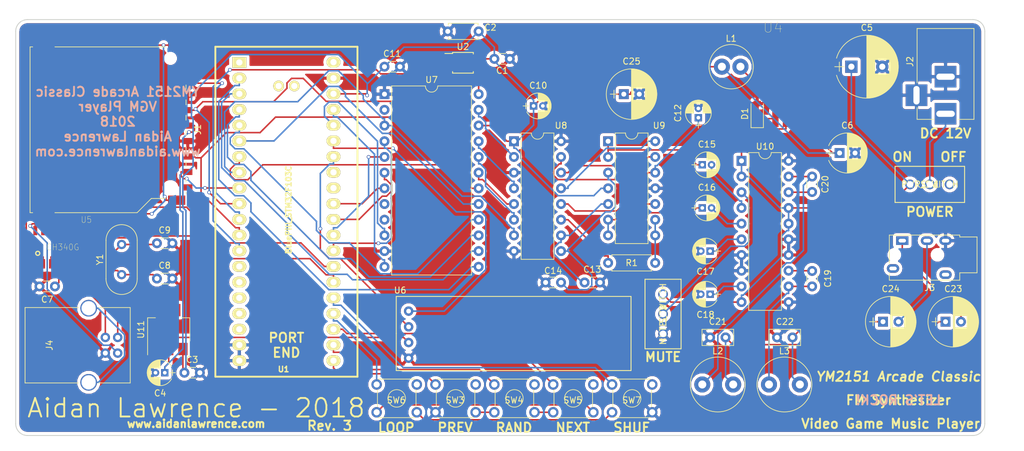
<source format=kicad_pcb>
(kicad_pcb (version 20171130) (host pcbnew "(5.0.0-rc2-dev-493-gd776eaca8)")
  (layers (0 F.Cu signal) (31 B.Cu signal) (34 B.Paste user) (35 F.Paste user) (36 B.SilkS user) (37 F.SilkS user) (38 B.Mask user) (39 F.Mask user) (44 Edge.Cuts user))
  (net 0 "")
  (net 1 +5V)
  (net 2 GND)
  (net 3 +3V3)
  (net 4 +12V)
  (net 5 "Net-(C7-Pad1)")
  (net 6 "Net-(C8-Pad1)")
  (net 7 "Net-(C9-Pad1)")
  (net 8 RB)
  (net 9 CH2)
  (net 10 CH1)
  (net 11 LEFT_OP_OUT)
  (net 12 "Net-(C15-Pad2)")
  (net 13 RIGHT_OP_OUT)
  (net 14 "Net-(C16-Pad2)")
  (net 15 "Net-(C17-Pad1)")
  (net 16 "Net-(C18-Pad1)")
  (net 17 "Net-(C19-Pad1)")
  (net 18 "Net-(C19-Pad2)")
  (net 19 "Net-(C20-Pad1)")
  (net 20 "Net-(C20-Pad2)")
  (net 21 "Net-(C21-Pad2)")
  (net 22 "Net-(C22-Pad1)")
  (net 23 L_OUT)
  (net 24 R_OUT)
  (net 25 "Net-(D1-Pad1)")
  (net 26 SD_CS)
  (net 27 SPI_MOSI)
  (net 28 SPI_SCLK)
  (net 29 SPI_MISO)
  (net 30 "Net-(J1-Pad8)")
  (net 31 "Net-(J1-Pad9)")
  (net 32 "Net-(J2-Pad1)")
  (net 33 "Net-(J3-Pad5)")
  (net 34 "Net-(J3-Pad4)")
  (net 35 "Net-(J4-Pad2)")
  (net 36 "Net-(J4-Pad1)")
  (net 37 "Net-(J4-Pad3)")
  (net 38 "Net-(J4-Pad5)")
  (net 39 "Net-(R1-Pad1)")
  (net 40 COM)
  (net 41 "Net-(SW2-Pad2)")
  (net 42 "Net-(SW3-Pad4)")
  (net 43 "Net-(SW3-Pad2)")
  (net 44 PREV)
  (net 45 "Net-(SW4-Pad4)")
  (net 46 "Net-(SW4-Pad2)")
  (net 47 RAND)
  (net 48 "Net-(SW5-Pad4)")
  (net 49 "Net-(SW5-Pad2)")
  (net 50 NEXT)
  (net 51 "Net-(SW6-Pad4)")
  (net 52 "Net-(SW6-Pad2)")
  (net 53 LOOP)
  (net 54 "Net-(SW7-Pad2)")
  (net 55 SHUF)
  (net 56 "Net-(U1-Pad1)")
  (net 57 D2)
  (net 58 D3)
  (net 59 D4)
  (net 60 D5)
  (net 61 D6)
  (net 62 D7)
  (net 63 YM_IC)
  (net 64 YM_CLOCK_CS)
  (net 65 "Net-(U1-Pad14)")
  (net 66 "Net-(U1-Pad15)")
  (net 67 "Net-(U1-Pad16)")
  (net 68 "Net-(U1-Pad17)")
  (net 69 "Net-(U1-Pad18)")
  (net 70 RX)
  (net 71 TX)
  (net 72 YM_A0)
  (net 73 YM_WR)
  (net 74 YM_RD)
  (net 75 YM_CS)
  (net 76 "Net-(U1-Pad32)")
  (net 77 "Net-(U1-Pad33)")
  (net 78 SCL)
  (net 79 SDA)
  (net 80 D0)
  (net 81 D1)
  (net 82 "Net-(U1-Pad40)")
  (net 83 "Net-(U1-Pad41)")
  (net 84 "Net-(U1-Pad42)")
  (net 85 "Net-(U2-Pad5)")
  (net 86 "Net-(U2-Pad6)")
  (net 87 "Net-(U5-Pad13)")
  (net 88 "Net-(U5-Pad14)")
  (net 89 "Net-(U5-Pad12)")
  (net 90 "Net-(U5-Pad11)")
  (net 91 "Net-(U5-Pad9)")
  (net 92 "Net-(U5-Pad10)")
  (net 93 "Net-(U5-Pad15)")
  (net 94 "Net-(U7-Pad2)")
  (net 95 SH2)
  (net 96 "Net-(U7-Pad8)")
  (net 97 SH1)
  (net 98 "Net-(U7-Pad9)")
  (net 99 SO)
  (net 100 "Net-(U7-Pad23)")
  (net 101 tBUF)
  (net 102 MP)
  (net 103 BC)
  (net 104 "Net-(J1-Pad10)")
  (net 105 "Net-(J1-Pad11)")
  (net 106 "Net-(J1-Pad12)")
  (module Capacitors_THT:C_Disc_D3.0mm_W1.6mm_P2.50mm (layer F.Cu) (at 149.86 57.15)
    (fp_text reference C1 (at 1.27 1.905) (layer F.SilkS))
    (fp_text value 10nF)
    (pad 1 thru_hole circle (at 0 0) (size 1.6 1.6) (drill 0.8) (layers *.Cu *.Mask) (net 1 +5V))
    (pad 2 thru_hole circle (at 2.5 0) (size 1.6 1.6) (drill 0.8) (layers *.Cu *.Mask) (net 2 GND))
  )
  (module Capacitors_THT:C_Disc_D4.7mm_W2.5mm_P5.00mm (layer F.Cu) (at 147.32 52.705 180)
    (fp_text reference C2 (at -1.905 0.635 180) (layer F.SilkS))
    (fp_text value 1uF)
    (pad 1 thru_hole circle (at 0 0 180) (size 1.6 1.6) (drill 0.8) (layers *.Cu *.Mask) (net 1 +5V))
    (pad 2 thru_hole circle (at 5 0 180) (size 1.6 1.6) (drill 0.8) (layers *.Cu *.Mask) (net 2 GND))
  )
  (module Capacitors_THT:C_Disc_D3.0mm_W1.6mm_P2.50mm (layer F.Cu) (at 99.695 107.95)
    (fp_text reference C3 (at 1.25 -2.11) (layer F.SilkS))
    (fp_text value 100nF)
    (pad 1 thru_hole circle (at 0 0) (size 1.6 1.6) (drill 0.8) (layers *.Cu *.Mask) (net 1 +5V))
    (pad 2 thru_hole circle (at 2.5 0) (size 1.6 1.6) (drill 0.8) (layers *.Cu *.Mask) (net 2 GND))
  )
  (module Capacitors_THT:CP_Radial_D4.0mm_P1.50mm (layer F.Cu) (at 96.52 107.95 180)
    (fp_text reference C4 (at 0.75 -3.31 180) (layer F.SilkS))
    (fp_text value 10uF)
    (pad 1 thru_hole rect (at 0 0 180) (size 1.2 1.2) (drill 0.6) (layers *.Cu *.Mask) (net 3 +3V3))
    (pad 2 thru_hole circle (at 1.5 0 180) (size 1.2 1.2) (drill 0.6) (layers *.Cu *.Mask) (net 2 GND))
  )
  (module Capacitors_THT:CP_Radial_D10.0mm_P5.00mm (layer F.Cu) (at 207.645 58.42)
    (fp_text reference C5 (at 2.5 -6.31) (layer F.SilkS))
    (fp_text value 680uF)
    (pad 1 thru_hole rect (at 0 0) (size 2 2) (drill 1) (layers *.Cu *.Mask) (net 4 +12V))
    (pad 2 thru_hole circle (at 5 0) (size 2 2) (drill 1) (layers *.Cu *.Mask) (net 2 GND))
  )
  (module Capacitors_THT:CP_Radial_D6.3mm_P2.50mm (layer F.Cu) (at 205.74 72.39)
    (fp_text reference C6 (at 1.25 -4.46) (layer F.SilkS))
    (fp_text value 220uF)
    (pad 1 thru_hole rect (at 0 0) (size 1.6 1.6) (drill 0.8) (layers *.Cu *.Mask) (net 1 +5V))
    (pad 2 thru_hole circle (at 2.5 0) (size 1.6 1.6) (drill 0.8) (layers *.Cu *.Mask) (net 2 GND))
  )
  (module Capacitors_THT:C_Disc_D3.0mm_W1.6mm_P2.50mm (layer F.Cu) (at 78.74 93.98 180)
    (fp_text reference C7 (at 1.25 -2.11 180) (layer F.SilkS))
    (fp_text value 100nF)
    (pad 1 thru_hole circle (at 0 0 180) (size 1.6 1.6) (drill 0.8) (layers *.Cu *.Mask) (net 5 "Net-(C7-Pad1)"))
    (pad 2 thru_hole circle (at 2.5 0 180) (size 1.6 1.6) (drill 0.8) (layers *.Cu *.Mask) (net 2 GND))
  )
  (module Capacitors_THT:C_Disc_D3.0mm_W1.6mm_P2.50mm (layer F.Cu) (at 95.25 92.71)
    (fp_text reference C8 (at 1.25 -2.11) (layer F.SilkS))
    (fp_text value 22pF)
    (pad 1 thru_hole circle (at 0 0) (size 1.6 1.6) (drill 0.8) (layers *.Cu *.Mask) (net 6 "Net-(C8-Pad1)"))
    (pad 2 thru_hole circle (at 2.5 0) (size 1.6 1.6) (drill 0.8) (layers *.Cu *.Mask) (net 2 GND))
  )
  (module Capacitors_THT:C_Disc_D3.0mm_W1.6mm_P2.50mm (layer F.Cu) (at 95.25 86.995)
    (fp_text reference C9 (at 1.25 -2.11) (layer F.SilkS))
    (fp_text value 22pF)
    (pad 1 thru_hole circle (at 0 0) (size 1.6 1.6) (drill 0.8) (layers *.Cu *.Mask) (net 7 "Net-(C9-Pad1)"))
    (pad 2 thru_hole circle (at 2.5 0) (size 1.6 1.6) (drill 0.8) (layers *.Cu *.Mask) (net 2 GND))
  )
  (module Capacitors_THT:CP_Radial_D4.0mm_P1.50mm (layer F.Cu) (at 156.21 64.77)
    (fp_text reference C10 (at 0.75 -3.31) (layer F.SilkS))
    (fp_text value 10uF)
    (pad 1 thru_hole rect (at 0 0) (size 1.2 1.2) (drill 0.6) (layers *.Cu *.Mask) (net 1 +5V))
    (pad 2 thru_hole circle (at 1.5 0) (size 1.2 1.2) (drill 0.6) (layers *.Cu *.Mask) (net 2 GND))
  )
  (module Capacitors_THT:C_Disc_D3.0mm_W1.6mm_P2.50mm (layer F.Cu) (at 132.08 58.42)
    (fp_text reference C11 (at 1.25 -2.11) (layer F.SilkS))
    (fp_text value 100nF)
    (pad 1 thru_hole circle (at 0 0) (size 1.6 1.6) (drill 0.8) (layers *.Cu *.Mask) (net 1 +5V))
    (pad 2 thru_hole circle (at 2.5 0) (size 1.6 1.6) (drill 0.8) (layers *.Cu *.Mask) (net 2 GND))
  )
  (module Capacitors_THT:CP_Radial_D4.0mm_P1.50mm (layer F.Cu) (at 182.88 66.675 90)
    (fp_text reference C12 (at 0.75 -3.31 90) (layer F.SilkS))
    (fp_text value 10uF)
    (pad 1 thru_hole rect (at 0 0 90) (size 1.2 1.2) (drill 0.6) (layers *.Cu *.Mask) (net 8 RB))
    (pad 2 thru_hole circle (at 1.5 0 90) (size 1.2 1.2) (drill 0.6) (layers *.Cu *.Mask) (net 2 GND))
  )
  (module Capacitors_THT:C_Disc_D3.0mm_W1.6mm_P2.50mm (layer F.Cu) (at 164.465 93.345)
    (fp_text reference C13 (at 1.25 -2.11) (layer F.SilkS))
    (fp_text value 3.3nF)
    (pad 1 thru_hole circle (at 0 0) (size 1.6 1.6) (drill 0.8) (layers *.Cu *.Mask) (net 9 CH2))
    (pad 2 thru_hole circle (at 2.5 0) (size 1.6 1.6) (drill 0.8) (layers *.Cu *.Mask) (net 2 GND))
  )
  (module Capacitors_THT:C_Disc_D3.0mm_W1.6mm_P2.50mm (layer F.Cu) (at 160.655 93.345 180)
    (fp_text reference C14 (at 1.27 1.905 180) (layer F.SilkS))
    (fp_text value 3.3nF)
    (pad 1 thru_hole circle (at 0 0 180) (size 1.6 1.6) (drill 0.8) (layers *.Cu *.Mask) (net 10 CH1))
    (pad 2 thru_hole circle (at 2.5 0 180) (size 1.6 1.6) (drill 0.8) (layers *.Cu *.Mask) (net 2 GND))
  )
  (module Capacitors_THT:CP_Radial_D4.0mm_P1.50mm (layer F.Cu) (at 183.515 74.295)
    (fp_text reference C15 (at 0.75 -3.31) (layer F.SilkS))
    (fp_text value 1uF)
    (pad 1 thru_hole rect (at 0 0) (size 1.2 1.2) (drill 0.6) (layers *.Cu *.Mask) (net 11 LEFT_OP_OUT))
    (pad 2 thru_hole circle (at 1.5 0) (size 1.2 1.2) (drill 0.6) (layers *.Cu *.Mask) (net 12 "Net-(C15-Pad2)"))
  )
  (module Capacitors_THT:CP_Radial_D4.0mm_P1.50mm (layer F.Cu) (at 183.515 81.28)
    (fp_text reference C16 (at 0.75 -3.31) (layer F.SilkS))
    (fp_text value 1uF)
    (pad 1 thru_hole rect (at 0 0) (size 1.2 1.2) (drill 0.6) (layers *.Cu *.Mask) (net 13 RIGHT_OP_OUT))
    (pad 2 thru_hole circle (at 1.5 0) (size 1.2 1.2) (drill 0.6) (layers *.Cu *.Mask) (net 14 "Net-(C16-Pad2)"))
  )
  (module Capacitors_THT:CP_Radial_D4.0mm_P1.50mm (layer F.Cu) (at 184.785 88.265 180)
    (fp_text reference C17 (at 0.75 -3.31 180) (layer F.SilkS))
    (fp_text value 1uF)
    (pad 1 thru_hole rect (at 0 0 180) (size 1.2 1.2) (drill 0.6) (layers *.Cu *.Mask) (net 15 "Net-(C17-Pad1)"))
    (pad 2 thru_hole circle (at 1.5 0 180) (size 1.2 1.2) (drill 0.6) (layers *.Cu *.Mask) (net 2 GND))
  )
  (module Capacitors_THT:CP_Radial_D4.0mm_P1.50mm (layer F.Cu) (at 184.785 95.25 180)
    (fp_text reference C18 (at 0.75 -3.31 180) (layer F.SilkS))
    (fp_text value 1uF)
    (pad 1 thru_hole rect (at 0 0 180) (size 1.2 1.2) (drill 0.6) (layers *.Cu *.Mask) (net 16 "Net-(C18-Pad1)"))
    (pad 2 thru_hole circle (at 1.5 0 180) (size 1.2 1.2) (drill 0.6) (layers *.Cu *.Mask) (net 2 GND))
  )
  (module Capacitors_THT:C_Disc_D3.0mm_W1.6mm_P2.50mm (layer F.Cu) (at 201.295 93.98 90)
    (fp_text reference C19 (at 1.27 2.54 90) (layer F.SilkS))
    (fp_text value 0.22uF)
    (pad 1 thru_hole circle (at 0 0 90) (size 1.6 1.6) (drill 0.8) (layers *.Cu *.Mask) (net 17 "Net-(C19-Pad1)"))
    (pad 2 thru_hole circle (at 2.5 0 90) (size 1.6 1.6) (drill 0.8) (layers *.Cu *.Mask) (net 18 "Net-(C19-Pad2)"))
  )
  (module Capacitors_THT:C_Disc_D3.0mm_W1.6mm_P2.50mm (layer F.Cu) (at 201.295 76.2 270)
    (fp_text reference C20 (at 1.25 -2.11 270) (layer F.SilkS))
    (fp_text value 0.22uF)
    (pad 1 thru_hole circle (at 0 0 270) (size 1.6 1.6) (drill 0.8) (layers *.Cu *.Mask) (net 19 "Net-(C20-Pad1)"))
    (pad 2 thru_hole circle (at 2.5 0 270) (size 1.6 1.6) (drill 0.8) (layers *.Cu *.Mask) (net 20 "Net-(C20-Pad2)"))
  )
  (module Capacitors_THT:C_Disc_D5.0mm_W2.5mm_P2.50mm (layer F.Cu) (at 184.785 102.235)
    (fp_text reference C21 (at 1.25 -2.56) (layer F.SilkS))
    (fp_text value 68nF)
    (pad 1 thru_hole circle (at 0 0) (size 1.6 1.6) (drill 0.8) (layers *.Cu *.Mask) (net 2 GND))
    (pad 2 thru_hole circle (at 2.5 0) (size 1.6 1.6) (drill 0.8) (layers *.Cu *.Mask) (net 21 "Net-(C21-Pad2)"))
  )
  (module Capacitors_THT:C_Disc_D5.0mm_W2.5mm_P2.50mm (layer F.Cu) (at 198.12 102.235 180)
    (fp_text reference C22 (at 1.25 2.54 180) (layer F.SilkS))
    (fp_text value 68nF)
    (pad 1 thru_hole circle (at 0 0 180) (size 1.6 1.6) (drill 0.8) (layers *.Cu *.Mask) (net 22 "Net-(C22-Pad1)"))
    (pad 2 thru_hole circle (at 2.5 0 180) (size 1.6 1.6) (drill 0.8) (layers *.Cu *.Mask) (net 2 GND))
  )
  (module Capacitors_THT:CP_Radial_D8.0mm_P2.50mm (layer F.Cu) (at 222.885 99.695)
    (fp_text reference C23 (at 1.25 -5.31) (layer F.SilkS))
    (fp_text value 1000uF)
    (pad 1 thru_hole rect (at 0 0) (size 1.6 1.6) (drill 0.8) (layers *.Cu *.Mask) (net 21 "Net-(C21-Pad2)"))
    (pad 2 thru_hole circle (at 2.5 0) (size 1.6 1.6) (drill 0.8) (layers *.Cu *.Mask) (net 23 L_OUT))
  )
  (module Capacitors_THT:CP_Radial_D8.0mm_P2.50mm (layer F.Cu) (at 212.765 99.695)
    (fp_text reference C24 (at 1.25 -5.31) (layer F.SilkS))
    (fp_text value 1000uF)
    (pad 1 thru_hole rect (at 0 0) (size 1.6 1.6) (drill 0.8) (layers *.Cu *.Mask) (net 22 "Net-(C22-Pad1)"))
    (pad 2 thru_hole circle (at 2.5 0) (size 1.6 1.6) (drill 0.8) (layers *.Cu *.Mask) (net 24 R_OUT))
  )
  (module Capacitors_THT:CP_Radial_D8.0mm_P2.50mm (layer F.Cu) (at 170.815 62.865)
    (fp_text reference C25 (at 1.25 -5.31) (layer F.SilkS))
    (fp_text value 1000uF)
    (pad 1 thru_hole rect (at 0 0) (size 1.6 1.6) (drill 0.8) (layers *.Cu *.Mask) (net 1 +5V))
    (pad 2 thru_hole circle (at 2.5 0) (size 1.6 1.6) (drill 0.8) (layers *.Cu *.Mask) (net 2 GND))
  )
  (module Connector_Card:SD_TE_2041021 (layer F.Cu) (at 88.265 68.58 270)
    (fp_text reference J1 (at 0 -13.6 270) (layer F.SilkS))
    (fp_text value SD_Card)
    (pad 1 smd rect (at 6.875 -11.975 270) (size 1 1.5) (layers F.Cu F.Paste F.Mask) (net 26 SD_CS))
    (pad 2 smd rect (at 4.375 -11.975 270) (size 1 1.5) (layers F.Cu F.Paste F.Mask) (net 27 SPI_MOSI))
    (pad 3 smd rect (at 1.875 -11.975 270) (size 1 1.5) (layers F.Cu F.Paste F.Mask) (net 2 GND))
    (pad 4 smd rect (at -0.625 -11.975 270) (size 1 1.5) (layers F.Cu F.Paste F.Mask) (net 3 +3V3))
    (pad 5 smd rect (at -3.125 -11.975 270) (size 1 1.5) (layers F.Cu F.Paste F.Mask) (net 28 SPI_SCLK))
    (pad 6 smd rect (at -5.625 -11.975 270) (size 1 1.5) (layers F.Cu F.Paste F.Mask) (net 2 GND))
    (pad 7 smd rect (at -8.055 -11.975 270) (size 1 1.5) (layers F.Cu F.Paste F.Mask) (net 29 SPI_MISO))
    (pad 8 smd rect (at -9.755 -11.975 270) (size 1 1.5) (layers F.Cu F.Paste F.Mask) (net 30 "Net-(J1-Pad8)"))
    (pad 9 smd rect (at 9.375 -11.975 270) (size 1 1.5) (layers F.Cu F.Paste F.Mask) (net 31 "Net-(J1-Pad9)"))
    (pad 10 smd rect (at -11.055 -11.975 270) (size 0.7 1.5) (layers F.Cu F.Paste F.Mask) (net 104 "Net-(J1-Pad10)"))
    (pad 11 smd rect (at -12.255 -11.975 270) (size 0.7 1.5) (layers F.Cu F.Paste F.Mask) (net 105 "Net-(J1-Pad11)"))
    (pad "" np_thru_hole circle (at 9.5 -9.175 270) (size 1.6 1.6) (drill 1.6) (layers *.Cu *.Mask))
    (pad "" np_thru_hole circle (at -11.5 -9.175 270) (size 1.1 1.1) (drill 1.1) (layers *.Cu *.Mask))
    (pad 12 smd rect (at 11.45 -10.175 270) (size 1.5 2.8) (layers F.Cu F.Paste F.Mask) (net 106 "Net-(J1-Pad12)"))
    (pad 12 smd rect (at 13.65 11.325 270) (size 1.5 2.8) (layers F.Cu F.Paste F.Mask) (net 106 "Net-(J1-Pad12)"))
    (pad 12 smd rect (at -13.65 11.325 270) (size 1.5 2.8) (layers F.Cu F.Paste F.Mask) (net 106 "Net-(J1-Pad12)"))
    (pad 12 smd rect (at -13.65 -10.175 270) (size 1.5 2.8) (layers F.Cu F.Paste F.Mask) (net 106 "Net-(J1-Pad12)"))
  )
  (module Connectors:BARREL_JACK (layer F.Cu) (at 222.885 66.04 270)
    (fp_text reference J2 (at -8.45 5.75 90) (layer F.SilkS))
    (fp_text value Jack_DC+12V)
    (pad 1 thru_hole rect (at 0 0 270) (size 3.5 3.5) (drill oval 1 3) (layers *.Cu *.Mask) (net 32 "Net-(J2-Pad1)"))
    (pad 2 thru_hole rect (at -6 0 270) (size 3.5 3.5) (drill oval 1 3) (layers *.Cu *.Mask) (net 2 GND))
    (pad 3 thru_hole rect (at -3 4.7 270) (size 3.5 3.5) (drill oval 3 1) (layers *.Cu *.Mask) (net 2 GND))
  )
  (module Connectors:PJ320E_3.5mm_Jack (layer F.Cu) (at 215.885 86.575 270)
    (fp_text reference J3 (at 7.62 -4.445) (layer F.SilkS))
    (fp_text value JACK_TRS_6PINS)
    (pad 5 thru_hole oval (at 5.5 -7 180) (size 2 1.4) (drill oval 1.2 0.6) (layers *.Cu *.Mask) (net 33 "Net-(J3-Pad5)"))
    (pad 4 thru_hole oval (at 4.5 1.5 180) (size 2 1.4) (drill oval 1.2 0.6) (layers *.Cu *.Mask) (net 34 "Net-(J3-Pad4)"))
    (pad 1 thru_hole rect (at 0 0 180) (size 2 1.4) (drill oval 1.2 0.6) (layers *.Cu *.Mask) (net 23 L_OUT))
    (pad 2 thru_hole oval (at 0 -4 180) (size 2 1.4) (drill oval 1.2 0.6) (layers *.Cu *.Mask) (net 24 R_OUT))
    (pad 3 thru_hole oval (at 0 -7 180) (size 2 1.4) (drill oval 1.2 0.6) (layers *.Cu *.Mask) (net 2 GND))
    (pad "" np_thru_hole circle (at 2.3 -5.7 180) (size 1.2 1.2) (drill 1.2) (layers *.Cu *.Mask))
    (pad "" np_thru_hole circle (at 2.3 1.3 180) (size 1.2 1.2) (drill 1.2) (layers *.Cu *.Mask))
  )
  (module Connectors:USB_B (layer F.Cu) (at 88.9 104.775 180)
    (fp_text reference J4 (at 11.05 1.27 270) (layer F.SilkS))
    (fp_text value USB_B)
    (pad 2 thru_hole circle (at 0 2.54 90) (size 1.52 1.52) (drill 0.81) (layers *.Cu *.Mask) (net 35 "Net-(J4-Pad2)"))
    (pad 1 thru_hole circle (at 0 0 90) (size 1.52 1.52) (drill 0.81) (layers *.Cu *.Mask) (net 36 "Net-(J4-Pad1)"))
    (pad 4 thru_hole circle (at 2 0 90) (size 1.52 1.52) (drill 0.81) (layers *.Cu *.Mask) (net 2 GND))
    (pad 3 thru_hole circle (at 2 2.54 90) (size 1.52 1.52) (drill 0.81) (layers *.Cu *.Mask) (net 37 "Net-(J4-Pad3)"))
    (pad 5 thru_hole circle (at 4.7 7.27 90) (size 2.7 2.7) (drill 2.3) (layers *.Cu *.Mask) (net 38 "Net-(J4-Pad5)"))
    (pad 5 thru_hole circle (at 4.7 -4.73 90) (size 2.7 2.7) (drill 2.3) (layers *.Cu *.Mask) (net 38 "Net-(J4-Pad5)"))
  )
  (module Inductors_THT:L_Radial_D7.0mm_P3.00mm (layer F.Cu) (at 186.69 58.42)
    (fp_text reference L1 (at 1.5 -4.56) (layer F.SilkS))
    (fp_text value 33uH)
    (pad 1 thru_hole circle (at 0 0) (size 2.6 2.6) (drill 1.3) (layers *.Cu *.Mask) (net 1 +5V))
    (pad 2 thru_hole circle (at 3 0) (size 2.6 2.6) (drill 1.3) (layers *.Cu *.Mask) (net 25 "Net-(D1-Pad1)"))
  )
  (module Inductors_THT:L_Radial_D8.7mm_P5.00mm_Fastron_07HCP (layer F.Cu) (at 183.515 109.855)
    (fp_text reference L2 (at 2.5 -5.41) (layer F.SilkS))
    (fp_text value 22uH)
    (pad 1 thru_hole circle (at 0 0) (size 2.6 2.6) (drill 1.3) (layers *.Cu *.Mask) (net 19 "Net-(C20-Pad1)"))
    (pad 2 thru_hole circle (at 5 0) (size 2.6 2.6) (drill 1.3) (layers *.Cu *.Mask) (net 21 "Net-(C21-Pad2)"))
  )
  (module Inductors_THT:L_Radial_D8.7mm_P5.00mm_Fastron_07HCP (layer F.Cu) (at 194.31 109.855)
    (fp_text reference L3 (at 2.5 -5.41) (layer F.SilkS))
    (fp_text value 22uH)
    (pad 1 thru_hole circle (at 0 0) (size 2.6 2.6) (drill 1.3) (layers *.Cu *.Mask) (net 17 "Net-(C19-Pad1)"))
    (pad 2 thru_hole circle (at 5 0) (size 2.6 2.6) (drill 1.3) (layers *.Cu *.Mask) (net 22 "Net-(C22-Pad1)"))
  )
  (module Resistors_THT:R_Axial_DIN0207_L6.3mm_D2.5mm_P7.62mm_Horizontal (layer F.Cu) (at 175.895 90.17 180)
    (fp_text reference R1 (at 3.81 0 180) (layer F.SilkS))
    (fp_text value 100)
    (pad 1 thru_hole circle (at 0 0 180) (size 1.6 1.6) (drill 0.8) (layers *.Cu *.Mask) (net 39 "Net-(R1-Pad1)"))
    (pad 2 thru_hole oval (at 7.62 0 180) (size 1.6 1.6) (drill 0.8) (layers *.Cu *.Mask) (net 40 COM))
  )
  (module Switches:1825115-1 (layer F.Cu) (at 223.545 77.47)
    (fp_text reference SW1 (at -3.2004 0) (layer F.SilkS))
    (fp_text value PWR_SWITCH (at -3.2004 0) (layer F.SilkS))
    (pad 1 thru_hole circle (at -6.4008 0) (size 1.5748 1.5748) (drill 1.0668) (layers *.Cu *.Mask) (net 4 +12V))
    (pad 2 thru_hole circle (at -3.2004 0) (size 1.5748 1.5748) (drill 1.0668) (layers *.Cu *.Mask) (net 32 "Net-(J2-Pad1)"))
    (pad 3 thru_hole circle (at 0 0) (size 1.5748 1.5748) (drill 1.0668) (layers *.Cu *.Mask))
  )
  (module Switches:1825115-1 (layer F.Cu) (at 177.165 95.25 90)
    (fp_text reference SW2 (at -3.2004 0 90) (layer F.SilkS))
    (fp_text value MUTE_SWITCH (at -3.2004 0 90) (layer F.SilkS))
    (pad 1 thru_hole circle (at -6.4008 0 90) (size 1.5748 1.5748) (drill 1.0668) (layers *.Cu *.Mask) (net 2 GND))
    (pad 2 thru_hole circle (at -3.2004 0 90) (size 1.5748 1.5748) (drill 1.0668) (layers *.Cu *.Mask) (net 41 "Net-(SW2-Pad2)"))
    (pad 3 thru_hole circle (at 0 0 90) (size 1.5748 1.5748) (drill 1.0668) (layers *.Cu *.Mask) (net 4 +12V))
  )
  (module Buttons_Switches_THT:SW_TH_Tactile_Omron_B3F-10xx (layer F.Cu) (at 140.335 109.855)
    (fp_text reference SW3 (at 3.175 2.54) (layer F.SilkS))
    (fp_text value PREV)
    (pad 4 thru_hole circle (at 6.5 4.5) (size 1.7 1.7) (drill 1) (layers *.Cu *.Mask) (net 42 "Net-(SW3-Pad4)"))
    (pad 3 thru_hole circle (at 0 4.5) (size 1.7 1.7) (drill 1) (layers *.Cu *.Mask) (net 2 GND))
    (pad 2 thru_hole circle (at 6.5 0) (size 1.7 1.7) (drill 1) (layers *.Cu *.Mask) (net 43 "Net-(SW3-Pad2)"))
    (pad 1 thru_hole circle (at 0 0) (size 1.7 1.7) (drill 1) (layers *.Cu *.Mask) (net 44 PREV))
  )
  (module Buttons_Switches_THT:SW_TH_Tactile_Omron_B3F-10xx (layer F.Cu) (at 149.86 109.855)
    (fp_text reference SW4 (at 3.175 2.54) (layer F.SilkS))
    (fp_text value RAND)
    (pad 4 thru_hole circle (at 6.5 4.5) (size 1.7 1.7) (drill 1) (layers *.Cu *.Mask) (net 45 "Net-(SW4-Pad4)"))
    (pad 3 thru_hole circle (at 0 4.5) (size 1.7 1.7) (drill 1) (layers *.Cu *.Mask) (net 42 "Net-(SW3-Pad4)"))
    (pad 2 thru_hole circle (at 6.5 0) (size 1.7 1.7) (drill 1) (layers *.Cu *.Mask) (net 46 "Net-(SW4-Pad2)"))
    (pad 1 thru_hole circle (at 0 0) (size 1.7 1.7) (drill 1) (layers *.Cu *.Mask) (net 47 RAND))
  )
  (module Buttons_Switches_THT:SW_TH_Tactile_Omron_B3F-10xx (layer F.Cu) (at 159.385 109.855)
    (fp_text reference SW5 (at 3.175 2.54) (layer F.SilkS))
    (fp_text value NEXT)
    (pad 4 thru_hole circle (at 6.5 4.5) (size 1.7 1.7) (drill 1) (layers *.Cu *.Mask) (net 48 "Net-(SW5-Pad4)"))
    (pad 3 thru_hole circle (at 0 4.5) (size 1.7 1.7) (drill 1) (layers *.Cu *.Mask) (net 45 "Net-(SW4-Pad4)"))
    (pad 2 thru_hole circle (at 6.5 0) (size 1.7 1.7) (drill 1) (layers *.Cu *.Mask) (net 49 "Net-(SW5-Pad2)"))
    (pad 1 thru_hole circle (at 0 0) (size 1.7 1.7) (drill 1) (layers *.Cu *.Mask) (net 50 NEXT))
  )
  (module Buttons_Switches_THT:SW_TH_Tactile_Omron_B3F-10xx (layer F.Cu) (at 130.81 109.855)
    (fp_text reference SW6 (at 3.175 2.54) (layer F.SilkS))
    (fp_text value LOOP)
    (pad 4 thru_hole circle (at 6.5 4.5) (size 1.7 1.7) (drill 1) (layers *.Cu *.Mask) (net 51 "Net-(SW6-Pad4)"))
    (pad 3 thru_hole circle (at 0 4.5) (size 1.7 1.7) (drill 1) (layers *.Cu *.Mask) (net 48 "Net-(SW5-Pad4)"))
    (pad 2 thru_hole circle (at 6.5 0) (size 1.7 1.7) (drill 1) (layers *.Cu *.Mask) (net 52 "Net-(SW6-Pad2)"))
    (pad 1 thru_hole circle (at 0 0) (size 1.7 1.7) (drill 1) (layers *.Cu *.Mask) (net 53 LOOP))
  )
  (module Buttons_Switches_THT:SW_TH_Tactile_Omron_B3F-10xx (layer F.Cu) (at 168.91 109.855)
    (fp_text reference SW7 (at 3.175 2.54) (layer F.SilkS))
    (fp_text value SHUF)
    (pad 4 thru_hole circle (at 6.5 4.5) (size 1.7 1.7) (drill 1) (layers *.Cu *.Mask) (net 2 GND))
    (pad 3 thru_hole circle (at 0 4.5) (size 1.7 1.7) (drill 1) (layers *.Cu *.Mask) (net 51 "Net-(SW6-Pad4)"))
    (pad 2 thru_hole circle (at 6.5 0) (size 1.7 1.7) (drill 1) (layers *.Cu *.Mask) (net 54 "Net-(SW7-Pad2)"))
    (pad 1 thru_hole circle (at 0 0) (size 1.7 1.7) (drill 1) (layers *.Cu *.Mask) (net 55 SHUF))
  )
  (module BluePill_breakouts:BluePill_STM32F103C (layer F.Cu) (at 108.585 57.785)
    (fp_text reference U1 (at 7.1628 49.6062 180) (layer F.SilkS) (effects (font (size 0.889 0.889) (thickness 0.3048))))
    (fp_text value BluePill_STM32F103C (at 7.9756 23.7998 90) (layer F.SilkS) (effects (font (size 0.889 0.889) (thickness 0.22225))))
    (pad 1 thru_hole rect (at 0 -0.0508 270) (size 1.7272 2.25) (drill 1.016) (layers *.Cu *.Mask F.SilkS) (net 56 "Net-(U1-Pad1)"))
    (pad 2 thru_hole oval (at 0 2.4892 270) (size 1.7272 2.25) (drill 1.016) (layers *.Cu *.Mask F.SilkS) (net 57 D2))
    (pad 3 thru_hole oval (at 0 5.0292 270) (size 1.7272 2.25) (drill 1.016) (layers *.Cu *.Mask F.SilkS) (net 58 D3))
    (pad 4 thru_hole oval (at 0 7.5692 270) (size 1.7272 2.25) (drill 1.016) (layers *.Cu *.Mask F.SilkS) (net 59 D4))
    (pad 5 thru_hole oval (at 0 10.1092 270) (size 1.7272 2.25) (drill 1.016) (layers *.Cu *.Mask F.SilkS) (net 60 D5))
    (pad 6 thru_hole oval (at 0 12.6492 270) (size 1.7272 2.25) (drill 1.016) (layers *.Cu *.Mask F.SilkS) (net 61 D6))
    (pad 7 thru_hole oval (at 0 15.1892 270) (size 1.7272 2.25) (drill 1.016) (layers *.Cu *.Mask F.SilkS) (net 62 D7))
    (pad 8 thru_hole oval (at 0 17.7292 270) (size 1.7272 2.25) (drill 1.016) (layers *.Cu *.Mask F.SilkS) (net 63 YM_IC))
    (pad 9 thru_hole oval (at 0 20.2692 270) (size 1.7272 2.25) (drill 1.016) (layers *.Cu *.Mask F.SilkS) (net 26 SD_CS))
    (pad 10 thru_hole oval (at 0 22.8092 270) (size 1.7272 2.25) (drill 1.016) (layers *.Cu *.Mask F.SilkS) (net 28 SPI_SCLK))
    (pad 11 thru_hole oval (at 0 25.3492 270) (size 1.7272 2.25) (drill 1.016) (layers *.Cu *.Mask F.SilkS) (net 29 SPI_MISO))
    (pad 12 thru_hole oval (at 0 27.8892 270) (size 1.7272 2.25) (drill 1.016) (layers *.Cu *.Mask F.SilkS) (net 27 SPI_MOSI))
    (pad 13 thru_hole oval (at 0 30.4292 270) (size 1.7272 2.25) (drill 1.016) (layers *.Cu *.Mask F.SilkS) (net 64 YM_CLOCK_CS))
    (pad 14 thru_hole oval (at 0 32.9692 270) (size 1.7272 2.25) (drill 1.016) (layers *.Cu *.Mask F.SilkS) (net 65 "Net-(U1-Pad14)"))
    (pad 15 thru_hole oval (at 0 35.5092 270) (size 1.7272 2.25) (drill 1.016) (layers *.Cu *.Mask F.SilkS) (net 66 "Net-(U1-Pad15)"))
    (pad 16 thru_hole oval (at 0 38.0492 270) (size 1.7272 2.25) (drill 1.016) (layers *.Cu *.Mask F.SilkS) (net 67 "Net-(U1-Pad16)"))
    (pad 17 thru_hole oval (at 0 40.5892 270) (size 1.7272 2.25) (drill 1.016) (layers *.Cu *.Mask F.SilkS) (net 68 "Net-(U1-Pad17)"))
    (pad 18 thru_hole oval (at 0 43.1292 270) (size 1.7272 2.25) (drill 1.016) (layers *.Cu *.Mask F.SilkS) (net 69 "Net-(U1-Pad18)"))
    (pad 19 thru_hole oval (at 0 45.6692 270) (size 1.7272 2.25) (drill 1.016) (layers *.Cu *.Mask F.SilkS) (net 2 GND))
    (pad 20 thru_hole oval (at 0 48.2092 270) (size 1.7272 2.25) (drill 1.016) (layers *.Cu *.Mask F.SilkS) (net 2 GND))
    (pad 21 thru_hole oval (at 15.24 48.2092 90) (size 1.7272 2.25) (drill 1.016) (layers *.Cu *.Mask F.SilkS) (net 44 PREV))
    (pad 22 thru_hole oval (at 15.24 45.6692 90) (size 1.7272 2.25) (drill 1.016) (layers *.Cu *.Mask F.SilkS) (net 47 RAND))
    (pad 23 thru_hole oval (at 15.24 43.1292 90) (size 1.7272 2.25) (drill 1.016) (layers *.Cu *.Mask F.SilkS) (net 50 NEXT))
    (pad 24 thru_hole oval (at 15.24 40.5892 90) (size 1.7272 2.25) (drill 1.016) (layers *.Cu *.Mask F.SilkS) (net 53 LOOP))
    (pad 25 thru_hole oval (at 15.24 38.0492 90) (size 1.7272 2.25) (drill 1.016) (layers *.Cu *.Mask F.SilkS) (net 55 SHUF))
    (pad 26 thru_hole oval (at 15.24 35.5092 90) (size 1.7272 2.25) (drill 1.016) (layers *.Cu *.Mask F.SilkS) (net 70 RX))
    (pad 27 thru_hole oval (at 15.24 32.9692 90) (size 1.7272 2.25) (drill 1.016) (layers *.Cu *.Mask F.SilkS) (net 71 TX))
    (pad 28 thru_hole oval (at 15.24 30.4292 90) (size 1.7272 2.25) (drill 1.016) (layers *.Cu *.Mask F.SilkS) (net 72 YM_A0))
    (pad 29 thru_hole oval (at 15.24 27.8892 90) (size 1.7272 2.25) (drill 1.016) (layers *.Cu *.Mask F.SilkS) (net 73 YM_WR))
    (pad 30 thru_hole oval (at 15.24 25.3492 90) (size 1.7272 2.25) (drill 1.016) (layers *.Cu *.Mask F.SilkS) (net 74 YM_RD))
    (pad 31 thru_hole oval (at 15.24 22.8092 90) (size 1.7272 2.25) (drill 1.016) (layers *.Cu *.Mask F.SilkS) (net 75 YM_CS))
    (pad 32 thru_hole oval (at 15.24 20.2692 90) (size 1.7272 2.25) (drill 1.016) (layers *.Cu *.Mask F.SilkS) (net 76 "Net-(U1-Pad32)"))
    (pad 33 thru_hole oval (at 15.24 17.7292 90) (size 1.7272 2.25) (drill 1.016) (layers *.Cu *.Mask F.SilkS) (net 77 "Net-(U1-Pad33)"))
    (pad 34 thru_hole oval (at 15.24 15.1892 90) (size 1.7272 2.25) (drill 1.016) (layers *.Cu *.Mask F.SilkS) (net 78 SCL))
    (pad 35 thru_hole oval (at 15.24 12.6492 90) (size 1.7272 2.25) (drill 1.016) (layers *.Cu *.Mask F.SilkS) (net 79 SDA))
    (pad 36 thru_hole oval (at 15.24 10.1092 90) (size 1.7272 2.25) (drill 1.016) (layers *.Cu *.Mask F.SilkS) (net 80 D0))
    (pad 37 thru_hole oval (at 15.24 7.5692 90) (size 1.7272 2.25) (drill 1.016) (layers *.Cu *.Mask F.SilkS) (net 81 D1))
    (pad 38 thru_hole oval (at 15.24 5.0292 90) (size 1.7272 2.25) (drill 1.016) (layers *.Cu *.Mask F.SilkS) (net 1 +5V))
    (pad 39 thru_hole oval (at 15.24 2.4892 90) (size 1.7272 2.25) (drill 1.016) (layers *.Cu *.Mask F.SilkS) (net 2 GND))
    (pad 40 thru_hole oval (at 15.24 -0.1016 90) (size 1.7272 2.25) (drill 1.016) (layers *.Cu *.Mask F.SilkS) (net 82 "Net-(U1-Pad40)"))
    (pad 41 thru_hole oval (at 8.9 3.7592 90) (size 1.7272 1.7272) (drill 1.016) (layers *.Cu *.Mask F.SilkS) (net 83 "Net-(U1-Pad41)"))
    (pad 42 thru_hole oval (at 6.36 3.7592 90) (size 1.7272 1.7272) (drill 1.016) (layers *.Cu *.Mask F.SilkS) (net 84 "Net-(U1-Pad42)"))
  )
  (module Housings_SSOP:MSOP-8_3x3mm_Pitch0.65mm (layer F.Cu) (at 144.78 57.785)
    (fp_text reference U2 (at 0 -2.6) (layer F.SilkS))
    (fp_text value LTC6903)
    (pad 1 smd rect (at -2.2 -0.975) (size 1.45 0.45) (layers F.Cu F.Paste F.Mask) (net 2 GND))
    (pad 2 smd rect (at -2.2 -0.325) (size 1.45 0.45) (layers F.Cu F.Paste F.Mask) (net 27 SPI_MOSI))
    (pad 3 smd rect (at -2.2 0.325) (size 1.45 0.45) (layers F.Cu F.Paste F.Mask) (net 28 SPI_SCLK))
    (pad 4 smd rect (at -2.2 0.975) (size 1.45 0.45) (layers F.Cu F.Paste F.Mask) (net 64 YM_CLOCK_CS))
    (pad 5 smd rect (at 2.2 0.975) (size 1.45 0.45) (layers F.Cu F.Paste F.Mask) (net 85 "Net-(U2-Pad5)"))
    (pad 6 smd rect (at 2.2 0.325) (size 1.45 0.45) (layers F.Cu F.Paste F.Mask) (net 86 "Net-(U2-Pad6)"))
    (pad 7 smd rect (at 2.2 -0.325) (size 1.45 0.45) (layers F.Cu F.Paste F.Mask) (net 1 +5V))
    (pad 8 smd rect (at 2.2 -0.975) (size 1.45 0.45) (layers F.Cu F.Paste F.Mask) (net 1 +5V))
  )
  (module LM2596S-5.0:TO170P1435X465-6N (layer F.Cu) (at 198.755 57.785)
    (fp_text reference U4 (at -3.81 -5.715) (layer F.SilkS) (effects (font (size 1.64501 1.64501) (thickness 0.05))))
    (fp_text value LM2596S-5.0 hide)
    (pad 1 smd rect (at -3.4036 9.0424) (size 1.016 2.6924) (layers F.Cu F.Paste F.Mask) (net 4 +12V))
    (pad 2 smd rect (at -1.7018 9.0424) (size 1.016 2.6924) (layers F.Cu F.Paste F.Mask) (net 25 "Net-(D1-Pad1)"))
    (pad 3 smd rect (at 0 9.0424) (size 1.016 2.6924) (layers F.Cu F.Paste F.Mask) (net 2 GND))
    (pad 4 smd rect (at 1.7018 9.0424) (size 1.016 2.6924) (layers F.Cu F.Paste F.Mask) (net 1 +5V))
    (pad 5 smd rect (at 3.4036 9.0424) (size 1.016 2.6924) (layers F.Cu F.Paste F.Mask) (net 2 GND))
    (pad 6 smd rect (at 0 -0.1524) (size 10.16 8.9408) (layers F.Cu F.Paste F.Mask) (net 2 GND))
  )
  (module CH340G:SOIC16 (layer F.Cu) (at 80.01 87.63)
    (fp_text reference U5 (at 3.81 -4.445) (layer F.SilkS) (effects (font (size 1 0.9) (thickness 0.05))))
    (fp_text value CH340G (at 0 0) (layer F.SilkS) (effects (font (size 1 0.9) (thickness 0.05))))
    (pad 2 smd rect (at -3.175 2.695) (size 0.635 1.524) (layers F.Cu F.Paste F.Mask) (net 71 TX))
    (pad 13 smd rect (at -0.635 -2.695) (size 0.635 1.524) (layers F.Cu F.Paste F.Mask) (net 87 "Net-(U5-Pad13)"))
    (pad 1 smd rect (at -4.445 2.695) (size 0.635 1.524) (layers F.Cu F.Paste F.Mask) (net 2 GND))
    (pad 3 smd rect (at -1.905 2.695) (size 0.635 1.524) (layers F.Cu F.Paste F.Mask) (net 70 RX))
    (pad 4 smd rect (at -0.635 2.695) (size 0.635 1.524) (layers F.Cu F.Paste F.Mask) (net 5 "Net-(C7-Pad1)"))
    (pad 14 smd rect (at -1.905 -2.695) (size 0.635 1.524) (layers F.Cu F.Paste F.Mask) (net 88 "Net-(U5-Pad14)"))
    (pad 12 smd rect (at 0.635 -2.695) (size 0.635 1.524) (layers F.Cu F.Paste F.Mask) (net 89 "Net-(U5-Pad12)"))
    (pad 11 smd rect (at 1.905 -2.695) (size 0.635 1.524) (layers F.Cu F.Paste F.Mask) (net 90 "Net-(U5-Pad11)"))
    (pad 6 smd rect (at 1.905 2.695) (size 0.635 1.524) (layers F.Cu F.Paste F.Mask) (net 35 "Net-(J4-Pad2)"))
    (pad 9 smd rect (at 4.445 -2.695) (size 0.635 1.524) (layers F.Cu F.Paste F.Mask) (net 91 "Net-(U5-Pad9)"))
    (pad 5 smd rect (at 0.635 2.695) (size 0.635 1.524) (layers F.Cu F.Paste F.Mask) (net 37 "Net-(J4-Pad3)"))
    (pad 7 smd rect (at 3.175 2.695) (size 0.635 1.524) (layers F.Cu F.Paste F.Mask) (net 6 "Net-(C8-Pad1)"))
    (pad 10 smd rect (at 3.175 -2.695) (size 0.635 1.524) (layers F.Cu F.Paste F.Mask) (net 92 "Net-(U5-Pad10)"))
    (pad 8 smd rect (at 4.445 2.695) (size 0.635 1.524) (layers F.Cu F.Paste F.Mask) (net 7 "Net-(C9-Pad1)"))
    (pad 15 smd rect (at -3.175 -2.695) (size 0.635 1.524) (layers F.Cu F.Paste F.Mask) (net 93 "Net-(U5-Pad15)"))
    (pad 16 smd rect (at -4.445 -2.695) (size 0.635 1.524) (layers F.Cu F.Paste F.Mask) (net 36 "Net-(J4-Pad1)"))
  )
  (module CustomDisplays:128x32_OLED_I2C_Module (layer F.Cu) (at 133.985 101.6)
    (fp_text reference U6 (at 0.635 -6.985) (layer F.SilkS))
    (fp_text value OLED_128x32_I2C)
    (pad 1 thru_hole circle (at 2 4) (size 1.524 1.524) (drill 0.762) (layers *.Cu *.Mask) (net 2 GND))
    (pad 2 thru_hole circle (at 2 1.46) (size 1.524 1.524) (drill 0.762) (layers *.Cu *.Mask) (net 3 +3V3))
    (pad 3 thru_hole circle (at 2 -1.08) (size 1.524 1.524) (drill 0.762) (layers *.Cu *.Mask) (net 78 SCL))
    (pad 4 thru_hole circle (at 2 -3.62) (size 1.524 1.524) (drill 0.762) (layers *.Cu *.Mask) (net 79 SDA))
  )
  (module Housings_DIP:DIP-24_W15.24mm (layer F.Cu) (at 132.08 62.865)
    (fp_text reference U7 (at 7.62 -2.33) (layer F.SilkS))
    (fp_text value YM2151)
    (pad 1 thru_hole rect (at 0 0) (size 1.6 1.6) (drill 0.8) (layers *.Cu *.Mask) (net 2 GND))
    (pad 13 thru_hole oval (at 15.24 27.94) (size 1.6 1.6) (drill 0.8) (layers *.Cu *.Mask) (net 57 D2))
    (pad 2 thru_hole oval (at 0 2.54) (size 1.6 1.6) (drill 0.8) (layers *.Cu *.Mask) (net 94 "Net-(U7-Pad2)"))
    (pad 14 thru_hole oval (at 15.24 25.4) (size 1.6 1.6) (drill 0.8) (layers *.Cu *.Mask) (net 58 D3))
    (pad 3 thru_hole oval (at 0 5.08) (size 1.6 1.6) (drill 0.8) (layers *.Cu *.Mask) (net 63 YM_IC))
    (pad 15 thru_hole oval (at 15.24 22.86) (size 1.6 1.6) (drill 0.8) (layers *.Cu *.Mask) (net 59 D4))
    (pad 4 thru_hole oval (at 0 7.62) (size 1.6 1.6) (drill 0.8) (layers *.Cu *.Mask) (net 72 YM_A0))
    (pad 16 thru_hole oval (at 15.24 20.32) (size 1.6 1.6) (drill 0.8) (layers *.Cu *.Mask) (net 60 D5))
    (pad 5 thru_hole oval (at 0 10.16) (size 1.6 1.6) (drill 0.8) (layers *.Cu *.Mask) (net 73 YM_WR))
    (pad 17 thru_hole oval (at 15.24 17.78) (size 1.6 1.6) (drill 0.8) (layers *.Cu *.Mask) (net 61 D6))
    (pad 6 thru_hole oval (at 0 12.7) (size 1.6 1.6) (drill 0.8) (layers *.Cu *.Mask) (net 74 YM_RD))
    (pad 18 thru_hole oval (at 15.24 15.24) (size 1.6 1.6) (drill 0.8) (layers *.Cu *.Mask) (net 62 D7))
    (pad 7 thru_hole oval (at 0 15.24) (size 1.6 1.6) (drill 0.8) (layers *.Cu *.Mask) (net 75 YM_CS))
    (pad 19 thru_hole oval (at 15.24 12.7) (size 1.6 1.6) (drill 0.8) (layers *.Cu *.Mask) (net 95 SH2))
    (pad 8 thru_hole oval (at 0 17.78) (size 1.6 1.6) (drill 0.8) (layers *.Cu *.Mask) (net 96 "Net-(U7-Pad8)"))
    (pad 20 thru_hole oval (at 15.24 10.16) (size 1.6 1.6) (drill 0.8) (layers *.Cu *.Mask) (net 97 SH1))
    (pad 9 thru_hole oval (at 0 20.32) (size 1.6 1.6) (drill 0.8) (layers *.Cu *.Mask) (net 98 "Net-(U7-Pad9)"))
    (pad 21 thru_hole oval (at 15.24 7.62) (size 1.6 1.6) (drill 0.8) (layers *.Cu *.Mask) (net 99 SO))
    (pad 10 thru_hole oval (at 0 22.86) (size 1.6 1.6) (drill 0.8) (layers *.Cu *.Mask) (net 80 D0))
    (pad 22 thru_hole oval (at 15.24 5.08) (size 1.6 1.6) (drill 0.8) (layers *.Cu *.Mask) (net 1 +5V))
    (pad 11 thru_hole oval (at 0 25.4) (size 1.6 1.6) (drill 0.8) (layers *.Cu *.Mask) (net 2 GND))
    (pad 23 thru_hole oval (at 15.24 2.54) (size 1.6 1.6) (drill 0.8) (layers *.Cu *.Mask) (net 100 "Net-(U7-Pad23)"))
    (pad 12 thru_hole oval (at 0 27.94) (size 1.6 1.6) (drill 0.8) (layers *.Cu *.Mask) (net 81 D1))
    (pad 24 thru_hole oval (at 15.24 0) (size 1.6 1.6) (drill 0.8) (layers *.Cu *.Mask) (net 86 "Net-(U2-Pad6)"))
  )
  (module Housings_DIP:DIP-16_W7.62mm (layer F.Cu) (at 153.035 70.485)
    (fp_text reference U8 (at 7.62 -2.54) (layer F.SilkS))
    (fp_text value YM3012)
    (pad 1 thru_hole rect (at 0 0) (size 1.6 1.6) (drill 0.8) (layers *.Cu *.Mask) (net 1 +5V))
    (pad 9 thru_hole oval (at 7.62 17.78) (size 1.6 1.6) (drill 0.8) (layers *.Cu *.Mask) (net 10 CH1))
    (pad 2 thru_hole oval (at 0 2.54) (size 1.6 1.6) (drill 0.8) (layers *.Cu *.Mask) (net 100 "Net-(U7-Pad23)"))
    (pad 10 thru_hole oval (at 7.62 15.24) (size 1.6 1.6) (drill 0.8) (layers *.Cu *.Mask) (net 9 CH2))
    (pad 3 thru_hole oval (at 0 5.08) (size 1.6 1.6) (drill 0.8) (layers *.Cu *.Mask) (net 2 GND))
    (pad 11 thru_hole oval (at 7.62 12.7) (size 1.6 1.6) (drill 0.8) (layers *.Cu *.Mask) (net 40 COM))
    (pad 4 thru_hole oval (at 0 7.62) (size 1.6 1.6) (drill 0.8) (layers *.Cu *.Mask) (net 99 SO))
    (pad 12 thru_hole oval (at 7.62 10.16) (size 1.6 1.6) (drill 0.8) (layers *.Cu *.Mask) (net 101 tBUF))
    (pad 5 thru_hole oval (at 0 10.16) (size 1.6 1.6) (drill 0.8) (layers *.Cu *.Mask) (net 95 SH2))
    (pad 13 thru_hole oval (at 7.62 7.62) (size 1.6 1.6) (drill 0.8) (layers *.Cu *.Mask) (net 102 MP))
    (pad 6 thru_hole oval (at 0 12.7) (size 1.6 1.6) (drill 0.8) (layers *.Cu *.Mask) (net 97 SH1))
    (pad 14 thru_hole oval (at 7.62 5.08) (size 1.6 1.6) (drill 0.8) (layers *.Cu *.Mask) (net 103 BC))
    (pad 7 thru_hole oval (at 0 15.24) (size 1.6 1.6) (drill 0.8) (layers *.Cu *.Mask) (net 63 YM_IC))
    (pad 15 thru_hole oval (at 7.62 2.54) (size 1.6 1.6) (drill 0.8) (layers *.Cu *.Mask) (net 8 RB))
    (pad 8 thru_hole oval (at 0 17.78) (size 1.6 1.6) (drill 0.8) (layers *.Cu *.Mask) (net 2 GND))
    (pad 16 thru_hole oval (at 7.62 0) (size 1.6 1.6) (drill 0.8) (layers *.Cu *.Mask) (net 2 GND))
  )
  (module Housings_DIP:DIP-14_W7.62mm (layer F.Cu) (at 168.275 70.485)
    (fp_text reference U9 (at 8.255 -2.54) (layer F.SilkS))
    (fp_text value TL064)
    (pad 1 thru_hole rect (at 0 0) (size 1.6 1.6) (drill 0.8) (layers *.Cu *.Mask) (net 11 LEFT_OP_OUT))
    (pad 8 thru_hole oval (at 7.62 15.24) (size 1.6 1.6) (drill 0.8) (layers *.Cu *.Mask) (net 39 "Net-(R1-Pad1)"))
    (pad 2 thru_hole oval (at 0 2.54) (size 1.6 1.6) (drill 0.8) (layers *.Cu *.Mask) (net 11 LEFT_OP_OUT))
    (pad 9 thru_hole oval (at 7.62 12.7) (size 1.6 1.6) (drill 0.8) (layers *.Cu *.Mask) (net 39 "Net-(R1-Pad1)"))
    (pad 3 thru_hole oval (at 0 5.08) (size 1.6 1.6) (drill 0.8) (layers *.Cu *.Mask) (net 10 CH1))
    (pad 10 thru_hole oval (at 7.62 10.16) (size 1.6 1.6) (drill 0.8) (layers *.Cu *.Mask) (net 101 tBUF))
    (pad 4 thru_hole oval (at 0 7.62) (size 1.6 1.6) (drill 0.8) (layers *.Cu *.Mask) (net 1 +5V))
    (pad 11 thru_hole oval (at 7.62 7.62) (size 1.6 1.6) (drill 0.8) (layers *.Cu *.Mask) (net 2 GND))
    (pad 5 thru_hole oval (at 0 10.16) (size 1.6 1.6) (drill 0.8) (layers *.Cu *.Mask) (net 9 CH2))
    (pad 12 thru_hole oval (at 7.62 5.08) (size 1.6 1.6) (drill 0.8) (layers *.Cu *.Mask) (net 8 RB))
    (pad 6 thru_hole oval (at 0 12.7) (size 1.6 1.6) (drill 0.8) (layers *.Cu *.Mask) (net 13 RIGHT_OP_OUT))
    (pad 13 thru_hole oval (at 7.62 2.54) (size 1.6 1.6) (drill 0.8) (layers *.Cu *.Mask) (net 103 BC))
    (pad 7 thru_hole oval (at 0 15.24) (size 1.6 1.6) (drill 0.8) (layers *.Cu *.Mask) (net 13 RIGHT_OP_OUT))
    (pad 14 thru_hole oval (at 7.62 0) (size 1.6 1.6) (drill 0.8) (layers *.Cu *.Mask) (net 102 MP))
  )
  (module Housings_DIP:DIP-20_W7.62mm (layer F.Cu) (at 189.865 73.66)
    (fp_text reference U10 (at 3.81 -2.33) (layer F.SilkS))
    (fp_text value TPA3122D2)
    (pad 1 thru_hole rect (at 0 0) (size 1.6 1.6) (drill 0.8) (layers *.Cu *.Mask) (net 4 +12V))
    (pad 11 thru_hole oval (at 7.62 22.86) (size 1.6 1.6) (drill 0.8) (layers *.Cu *.Mask) (net 2 GND))
    (pad 2 thru_hole oval (at 0 2.54) (size 1.6 1.6) (drill 0.8) (layers *.Cu *.Mask) (net 4 +12V))
    (pad 12 thru_hole oval (at 7.62 20.32) (size 1.6 1.6) (drill 0.8) (layers *.Cu *.Mask) (net 17 "Net-(C19-Pad1)"))
    (pad 3 thru_hole oval (at 0 5.08) (size 1.6 1.6) (drill 0.8) (layers *.Cu *.Mask) (net 41 "Net-(SW2-Pad2)"))
    (pad 13 thru_hole oval (at 7.62 17.78) (size 1.6 1.6) (drill 0.8) (layers *.Cu *.Mask) (net 18 "Net-(C19-Pad2)"))
    (pad 4 thru_hole oval (at 0 7.62) (size 1.6 1.6) (drill 0.8) (layers *.Cu *.Mask) (net 12 "Net-(C15-Pad2)"))
    (pad 14 thru_hole oval (at 7.62 15.24) (size 1.6 1.6) (drill 0.8) (layers *.Cu *.Mask) (net 2 GND))
    (pad 5 thru_hole oval (at 0 10.16) (size 1.6 1.6) (drill 0.8) (layers *.Cu *.Mask) (net 14 "Net-(C16-Pad2)"))
    (pad 15 thru_hole oval (at 7.62 12.7) (size 1.6 1.6) (drill 0.8) (layers *.Cu *.Mask) (net 2 GND))
    (pad 6 thru_hole oval (at 0 12.7) (size 1.6 1.6) (drill 0.8) (layers *.Cu *.Mask) (net 15 "Net-(C17-Pad1)"))
    (pad 16 thru_hole oval (at 7.62 10.16) (size 1.6 1.6) (drill 0.8) (layers *.Cu *.Mask) (net 4 +12V))
    (pad 7 thru_hole oval (at 0 15.24) (size 1.6 1.6) (drill 0.8) (layers *.Cu *.Mask) (net 2 GND))
    (pad 17 thru_hole oval (at 7.62 7.62) (size 1.6 1.6) (drill 0.8) (layers *.Cu *.Mask) (net 4 +12V))
    (pad 8 thru_hole oval (at 0 17.78) (size 1.6 1.6) (drill 0.8) (layers *.Cu *.Mask) (net 2 GND))
    (pad 18 thru_hole oval (at 7.62 5.08) (size 1.6 1.6) (drill 0.8) (layers *.Cu *.Mask) (net 20 "Net-(C20-Pad2)"))
    (pad 9 thru_hole oval (at 0 20.32) (size 1.6 1.6) (drill 0.8) (layers *.Cu *.Mask) (net 16 "Net-(C18-Pad1)"))
    (pad 19 thru_hole oval (at 7.62 2.54) (size 1.6 1.6) (drill 0.8) (layers *.Cu *.Mask) (net 19 "Net-(C20-Pad1)"))
    (pad 10 thru_hole oval (at 0 22.86) (size 1.6 1.6) (drill 0.8) (layers *.Cu *.Mask) (net 4 +12V))
    (pad 20 thru_hole oval (at 7.62 0) (size 1.6 1.6) (drill 0.8) (layers *.Cu *.Mask) (net 2 GND))
  )
  (module TO_SOT_Packages_SMD:SOT-223-3_TabPin2 (layer F.Cu) (at 97.155 100.965 90)
    (fp_text reference U11 (at 0 -4.5 90) (layer F.SilkS))
    (fp_text value LD1117)
    (pad 2 smd rect (at 3.15 0 90) (size 2 3.8) (layers F.Cu F.Paste F.Mask) (net 3 +3V3))
    (pad 2 smd rect (at -3.15 0 90) (size 2 1.5) (layers F.Cu F.Paste F.Mask) (net 3 +3V3))
    (pad 3 smd rect (at -3.15 2.3 90) (size 2 1.5) (layers F.Cu F.Paste F.Mask) (net 1 +5V))
    (pad 1 smd rect (at -3.15 -2.3 90) (size 2 1.5) (layers F.Cu F.Paste F.Mask) (net 2 GND))
  )
  (module Crystals:Crystal_HC49-U_Vertical (layer F.Cu) (at 89.535 92.075 90)
    (fp_text reference Y1 (at 2.44 -3.525 90) (layer F.SilkS))
    (fp_text value 12MHz)
    (pad 1 thru_hole circle (at 0 0 90) (size 1.5 1.5) (drill 0.8) (layers *.Cu *.Mask) (net 6 "Net-(C8-Pad1)"))
    (pad 2 thru_hole circle (at 4.88 0 90) (size 1.5 1.5) (drill 0.8) (layers *.Cu *.Mask) (net 7 "Net-(C9-Pad1)"))
  )
  (module Diodes_SMD:D_SOD-123 (layer F.Cu) (at 192.405 66.04 90)
    (fp_text reference D1 (at 0 -2 90) (layer F.SilkS))
    (fp_text value SS34)
    (pad 1 smd rect (at -1.65 0 90) (size 0.9 1.2) (layers F.Cu F.Paste F.Mask) (net 25 "Net-(D1-Pad1)"))
    (pad 2 smd rect (at 1.65 0 90) (size 0.9 1.2) (layers F.Cu F.Paste F.Mask) (net 2 GND))
  )
  (gr_text "Rev. 3" (at 123.19 116.5225) (layer F.SilkS) (effects (font (size 1.5 1.5) (thickness 0.3))))
  (gr_text OFF (at 224.155 73.025) (layer F.SilkS) (effects (font (size 1.5 1.5) (thickness 0.3))))
  (gr_text ON (at 215.9 73.025) (layer F.SilkS) (effects (font (size 1.5 1.5) (thickness 0.3))))
  (gr_text "LET'S ROCK!" (at 215.265 112.395) (layer B.SilkS) (effects (font (size 1.5 1.5) (thickness 0.3)) (justify mirror)))
  (gr_text "YM2151 Arcade Classic\nVGM Player\n2018\nAidan Lawrence\nwww.aidanlawrence.com" (at 88.9 67.31) (layer B.SilkS) (effects (font (size 1.5 1.5) (thickness 0.3)) (justify mirror)))
  (gr_text "YM2151 Arcade Classic" (at 215.265 108.585) (layer F.SilkS) (effects (font (size 1.5 1.5) (thickness 0.3) italic)))
  (gr_text "PORT\nEND" (at 116.205 103.505) (layer F.SilkS) (effects (font (size 1.5 1.5) (thickness 0.3))))
  (gr_text "Video Game Music Player" (at 213.995 116.205) (layer F.SilkS) (effects (font (size 1.5 1.5) (thickness 0.3))))
  (gr_text www.aidanlawrence.com (at 101.6 116.205) (layer F.SilkS) (effects (font (size 1.25 1.25) (thickness 0.3))))
  (gr_text "FM Synthesizer" (at 215.265 112.395) (layer F.SilkS) (effects (font (size 1.5 1.5) (thickness 0.3))))
  (gr_text "Aidan Lawrence - 2018" (at 101.6 113.665) (layer F.SilkS) (effects (font (size 3 3) (thickness 0.3))))
  (gr_text "DC 12V" (at 222.885 69.215) (layer F.SilkS) (effects (font (size 1.5 1.5) (thickness 0.3))))
  (gr_text POWER (at 220.345 81.915) (layer F.SilkS) (effects (font (size 1.5 1.5) (thickness 0.3))))
  (gr_text MUTE (at 177.165 105.41) (layer F.SilkS) (effects (font (size 1.5 1.5) (thickness 0.3))))
  (gr_text SHUF (at 172.085 116.84) (layer F.SilkS) (effects (font (size 1.5 1.5) (thickness 0.3))))
  (gr_text NEXT (at 162.56 116.84) (layer F.SilkS) (effects (font (size 1.5 1.5) (thickness 0.3))))
  (gr_text RAND (at 153.035 116.84) (layer F.SilkS) (effects (font (size 1.5 1.5) (thickness 0.3))))
  (gr_text PREV (at 143.51 116.84) (layer F.SilkS) (effects (font (size 1.5 1.5) (thickness 0.3))))
  (gr_text LOOP (at 133.985 116.84) (layer F.SilkS) (effects (font (size 1.5 1.5) (thickness 0.3))))
  (gr_line (start 74.295 118.11) (end 227.33 118.11) (layer Edge.Cuts) (width 0.15))
  (gr_line (start 72.39 52.705) (end 72.39 116.205) (layer Edge.Cuts) (width 0.15))
  (gr_line (start 227.33 50.8) (end 74.295 50.8) (layer Edge.Cuts) (width 0.15))
  (gr_line (start 229.235 52.705) (end 229.235 116.205) (layer Edge.Cuts) (width 0.15))
  (gr_arc (start 227.33 116.205) (end 229.235 116.205) (angle 90) (layer Edge.Cuts) (width 0.15))
  (gr_arc (start 227.33 52.705) (end 227.33 50.8) (angle 90) (layer Edge.Cuts) (width 0.15))
  (gr_arc (start 74.295 116.205) (end 74.295 118.11) (angle 90) (layer Edge.Cuts) (width 0.15))
  (gr_arc (start 74.295 52.705) (end 72.39 52.705) (angle 90) (layer Edge.Cuts) (width 0.15))
  (via (at 129.274 63.0626) (size 0.6) (layers F.Cu B.Cu) (net 1))
  (segment (start 99.455 107.71) (end 99.695 107.95) (width 0.25) (layer F.Cu) (net 1))
  (segment (start 99.455 104.115) (end 99.455 107.71) (width 0.25) (layer F.Cu) (net 1))
  (segment (start 153.3164 71.6103) (end 153.035 71.6103) (width 0.25) (layer B.Cu) (net 1))
  (segment (start 154.1603 72.4542) (end 153.3164 71.6103) (width 0.25) (layer B.Cu) (net 1))
  (segment (start 154.1603 73.2822) (end 154.1603 72.4542) (width 0.25) (layer B.Cu) (net 1))
  (segment (start 160.1737 79.2956) (end 154.1603 73.2822) (width 0.25) (layer B.Cu) (net 1))
  (segment (start 165.9591 79.2956) (end 160.1737 79.2956) (width 0.25) (layer B.Cu) (net 1))
  (segment (start 167.1497 78.105) (end 165.9591 79.2956) (width 0.25) (layer B.Cu) (net 1))
  (segment (start 168.275 78.105) (end 167.1497 78.105) (width 0.25) (layer B.Cu) (net 1))
  (segment (start 153.035 70.485) (end 153.035 71.0476) (width 0.25) (layer B.Cu) (net 1))
  (segment (start 153.035 71.0476) (end 153.035 71.6103) (width 0.25) (layer B.Cu) (net 1))
  (segment (start 149.3697 67.945) (end 151.9097 70.485) (width 0.25) (layer F.Cu) (net 1))
  (segment (start 147.32 67.945) (end 149.3697 67.945) (width 0.25) (layer F.Cu) (net 1))
  (segment (start 153.035 70.485) (end 151.9097 70.485) (width 0.25) (layer F.Cu) (net 1))
  (segment (start 200.7236 68.4989) (end 204.6147 72.39) (width 0.25) (layer F.Cu) (net 1))
  (segment (start 200.4568 68.4989) (end 200.7236 68.4989) (width 0.25) (layer F.Cu) (net 1))
  (segment (start 200.4568 66.8274) (end 200.4568 68.4989) (width 0.25) (layer F.Cu) (net 1))
  (segment (start 205.74 72.39) (end 204.6147 72.39) (width 0.25) (layer F.Cu) (net 1))
  (segment (start 146.98 56.81) (end 148.0303 56.81) (width 0.25) (layer F.Cu) (net 1))
  (segment (start 146.98 57.46) (end 148.0303 57.46) (width 0.25) (layer F.Cu) (net 1))
  (segment (start 148.0303 57.15) (end 149.86 57.15) (width 0.25) (layer F.Cu) (net 1))
  (segment (start 148.0303 56.81) (end 148.0303 57.15) (width 0.25) (layer F.Cu) (net 1))
  (segment (start 148.0303 57.15) (end 148.0303 57.46) (width 0.25) (layer F.Cu) (net 1))
  (segment (start 129.0256 62.8142) (end 129.274 63.0626) (width 0.25) (layer F.Cu) (net 1))
  (segment (start 123.825 62.8142) (end 129.0256 62.8142) (width 0.25) (layer F.Cu) (net 1))
  (segment (start 171.9403 62.5837) (end 171.9403 62.865) (width 0.25) (layer F.Cu) (net 1))
  (segment (start 176.104 58.42) (end 171.9403 62.5837) (width 0.25) (layer F.Cu) (net 1))
  (segment (start 186.69 58.42) (end 176.104 58.42) (width 0.25) (layer F.Cu) (net 1))
  (segment (start 171.3777 62.865) (end 171.9403 62.865) (width 0.25) (layer F.Cu) (net 1))
  (segment (start 171.3777 62.865) (end 170.815 62.865) (width 0.25) (layer F.Cu) (net 1))
  (segment (start 158.115 62.865) (end 156.21 64.77) (width 0.25) (layer F.Cu) (net 1))
  (segment (start 170.815 62.865) (end 158.115 62.865) (width 0.25) (layer F.Cu) (net 1))
  (segment (start 200.66 72.39) (end 186.69 58.42) (width 0.25) (layer B.Cu) (net 1))
  (segment (start 205.74 72.39) (end 200.66 72.39) (width 0.25) (layer B.Cu) (net 1))
  (segment (start 156.21 67.8726) (end 153.035 71.0476) (width 0.25) (layer B.Cu) (net 1))
  (segment (start 156.21 64.77) (end 156.21 67.8726) (width 0.25) (layer B.Cu) (net 1))
  (segment (start 149.86 57.4947) (end 149.86 57.15) (width 0.25) (layer B.Cu) (net 1))
  (segment (start 156.21 63.8447) (end 149.86 57.4947) (width 0.25) (layer B.Cu) (net 1))
  (segment (start 156.21 64.77) (end 156.21 63.8447) (width 0.25) (layer B.Cu) (net 1))
  (segment (start 149.86 55.245) (end 149.86 57.15) (width 0.25) (layer B.Cu) (net 1))
  (segment (start 147.32 52.705) (end 149.86 55.245) (width 0.25) (layer B.Cu) (net 1))
  (segment (start 144.7593 55.2657) (end 147.32 52.705) (width 0.25) (layer B.Cu) (net 1))
  (segment (start 135.2343 55.2657) (end 144.7593 55.2657) (width 0.25) (layer B.Cu) (net 1))
  (segment (start 132.08 58.42) (end 135.2343 55.2657) (width 0.25) (layer B.Cu) (net 1))
  (segment (start 129.4079 61.0921) (end 132.08 58.42) (width 0.25) (layer B.Cu) (net 1))
  (segment (start 129.274 61.0921) (end 129.4079 61.0921) (width 0.25) (layer B.Cu) (net 1))
  (segment (start 124.6408 56.4589) (end 129.274 61.0921) (width 0.25) (layer B.Cu) (net 1))
  (segment (start 107.3276 56.4589) (end 124.6408 56.4589) (width 0.25) (layer B.Cu) (net 1))
  (segment (start 100.8394 62.9471) (end 107.3276 56.4589) (width 0.25) (layer B.Cu) (net 1))
  (segment (start 100.8394 66.5411) (end 100.8394 62.9471) (width 0.25) (layer B.Cu) (net 1))
  (segment (start 101.1028 66.8045) (end 100.8394 66.5411) (width 0.25) (layer B.Cu) (net 1))
  (segment (start 101.1028 74.5912) (end 101.1028 66.8045) (width 0.25) (layer B.Cu) (net 1))
  (segment (start 99.4462 76.2478) (end 101.1028 74.5912) (width 0.25) (layer B.Cu) (net 1))
  (segment (start 99.4462 81.2107) (end 99.4462 76.2478) (width 0.25) (layer B.Cu) (net 1))
  (segment (start 99.9432 81.7077) (end 99.4462 81.2107) (width 0.25) (layer B.Cu) (net 1))
  (segment (start 99.9432 107.7018) (end 99.9432 81.7077) (width 0.25) (layer B.Cu) (net 1))
  (segment (start 99.695 107.95) (end 99.9432 107.7018) (width 0.25) (layer B.Cu) (net 1))
  (segment (start 129.274 61.0921) (end 129.274 63.0626) (width 0.25) (layer B.Cu) (net 1))
  (via (at 100.4404 69.0082) (size 0.6) (layers F.Cu B.Cu) (net 3))
  (segment (start 97.155 106.3897) (end 96.52 107.0247) (width 0.25) (layer F.Cu) (net 3))
  (segment (start 97.155 104.115) (end 97.155 106.3897) (width 0.25) (layer F.Cu) (net 3))
  (segment (start 96.52 107.95) (end 96.52 107.0247) (width 0.25) (layer F.Cu) (net 3))
  (segment (start 97.155 97.815) (end 94.9297 97.815) (width 0.25) (layer F.Cu) (net 3))
  (segment (start 97.155 104.115) (end 96.0797 104.115) (width 0.25) (layer F.Cu) (net 3))
  (segment (start 94.9297 100.2857) (end 96.8817 102.2377) (width 0.25) (layer F.Cu) (net 3))
  (segment (start 94.9297 97.815) (end 94.9297 100.2857) (width 0.25) (layer F.Cu) (net 3))
  (segment (start 135.1627 102.2377) (end 96.8817 102.2377) (width 0.25) (layer F.Cu) (net 3))
  (segment (start 135.985 103.06) (end 135.1627 102.2377) (width 0.25) (layer F.Cu) (net 3))
  (segment (start 96.0797 103.0397) (end 96.0797 104.115) (width 0.25) (layer F.Cu) (net 3))
  (segment (start 96.8817 102.2377) (end 96.0797 103.0397) (width 0.25) (layer F.Cu) (net 3))
  (segment (start 100.9873 69.0082) (end 100.4404 69.0082) (width 0.25) (layer F.Cu) (net 3))
  (segment (start 101.3153 68.6802) (end 100.9873 69.0082) (width 0.25) (layer F.Cu) (net 3))
  (segment (start 101.3153 67.955) (end 101.3153 68.6802) (width 0.25) (layer F.Cu) (net 3))
  (segment (start 100.24 67.955) (end 101.3153 67.955) (width 0.25) (layer F.Cu) (net 3))
  (segment (start 96.52 107.95) (end 96.52 107.0247) (width 0.25) (layer B.Cu) (net 3))
  (segment (start 99.4462 104.0985) (end 96.52 107.0247) (width 0.25) (layer B.Cu) (net 3))
  (segment (start 99.4462 81.886) (end 99.4462 104.0985) (width 0.25) (layer B.Cu) (net 3))
  (segment (start 99.2596 81.886) (end 99.4462 81.886) (width 0.25) (layer B.Cu) (net 3))
  (segment (start 98.9959 81.6223) (end 99.2596 81.886) (width 0.25) (layer B.Cu) (net 3))
  (segment (start 98.9959 75.9485) (end 98.9959 81.6223) (width 0.25) (layer B.Cu) (net 3))
  (segment (start 99.4462 75.4982) (end 98.9959 75.9485) (width 0.25) (layer B.Cu) (net 3))
  (segment (start 99.4462 70.0024) (end 99.4462 75.4982) (width 0.25) (layer B.Cu) (net 3))
  (segment (start 100.4404 69.0082) (end 99.4462 70.0024) (width 0.25) (layer B.Cu) (net 3))
  (segment (start 178.435 96.52) (end 177.165 95.25) (width 0.25) (layer F.Cu) (net 4))
  (segment (start 189.865 96.52) (end 178.435 96.52) (width 0.25) (layer F.Cu) (net 4))
  (segment (start 196.0703 81.28) (end 190.9903 76.2) (width 0.25) (layer B.Cu) (net 4))
  (segment (start 197.485 81.28) (end 196.0703 81.28) (width 0.25) (layer B.Cu) (net 4))
  (segment (start 189.865 76.2) (end 190.4277 76.2) (width 0.25) (layer B.Cu) (net 4))
  (segment (start 190.4277 76.2) (end 190.9903 76.2) (width 0.25) (layer B.Cu) (net 4))
  (segment (start 189.865 75.6373) (end 189.865 73.66) (width 0.25) (layer B.Cu) (net 4))
  (segment (start 190.4277 76.2) (end 189.865 75.6373) (width 0.25) (layer B.Cu) (net 4))
  (segment (start 197.485 83.82) (end 197.485 81.28) (width 0.25) (layer B.Cu) (net 4))
  (segment (start 189.865 96.52) (end 189.865 95.3947) (width 0.25) (layer B.Cu) (net 4))
  (segment (start 190.1464 95.3947) (end 189.865 95.3947) (width 0.25) (layer B.Cu) (net 4))
  (segment (start 196.3597 89.1814) (end 190.1464 95.3947) (width 0.25) (layer B.Cu) (net 4))
  (segment (start 196.3597 85.7892) (end 196.3597 89.1814) (width 0.25) (layer B.Cu) (net 4))
  (segment (start 197.2036 84.9453) (end 196.3597 85.7892) (width 0.25) (layer B.Cu) (net 4))
  (segment (start 197.485 84.9453) (end 197.2036 84.9453) (width 0.25) (layer B.Cu) (net 4))
  (segment (start 197.485 83.82) (end 197.485 84.9453) (width 0.25) (layer B.Cu) (net 4))
  (segment (start 189.865 68.7164) (end 189.865 73.66) (width 0.25) (layer F.Cu) (net 4))
  (segment (start 191.754 66.8274) (end 189.865 68.7164) (width 0.25) (layer F.Cu) (net 4))
  (segment (start 195.3514 66.8274) (end 191.754 66.8274) (width 0.25) (layer F.Cu) (net 4))
  (segment (start 213.3342 81.28) (end 217.1442 77.47) (width 0.25) (layer F.Cu) (net 4))
  (segment (start 197.485 81.28) (end 213.3342 81.28) (width 0.25) (layer F.Cu) (net 4))
  (segment (start 207.645 67.9708) (end 207.645 58.42) (width 0.25) (layer B.Cu) (net 4))
  (segment (start 217.1442 77.47) (end 207.645 67.9708) (width 0.25) (layer B.Cu) (net 4))
  (segment (start 79.375 93.345) (end 78.74 93.98) (width 0.25) (layer F.Cu) (net 5))
  (segment (start 79.375 90.325) (end 79.375 93.345) (width 0.25) (layer F.Cu) (net 5))
  (segment (start 94.615 92.075) (end 95.25 92.71) (width 0.25) (layer F.Cu) (net 6))
  (segment (start 89.535 92.075) (end 94.615 92.075) (width 0.25) (layer F.Cu) (net 6))
  (segment (start 88.8723 91.4123) (end 89.535 92.075) (width 0.25) (layer F.Cu) (net 6))
  (segment (start 83.185 91.4123) (end 88.8723 91.4123) (width 0.25) (layer F.Cu) (net 6))
  (segment (start 83.185 90.325) (end 83.185 91.4123) (width 0.25) (layer F.Cu) (net 6))
  (segment (start 95.05 87.195) (end 95.25 86.995) (width 0.25) (layer F.Cu) (net 7))
  (segment (start 89.535 87.195) (end 95.05 87.195) (width 0.25) (layer F.Cu) (net 7))
  (segment (start 87.4923 89.2377) (end 89.535 87.195) (width 0.25) (layer F.Cu) (net 7))
  (segment (start 84.455 89.2377) (end 87.4923 89.2377) (width 0.25) (layer F.Cu) (net 7))
  (segment (start 84.455 90.325) (end 84.455 89.2377) (width 0.25) (layer F.Cu) (net 7))
  (segment (start 182.88 67.736) (end 182.88 66.675) (width 0.25) (layer B.Cu) (net 8))
  (segment (start 176.1763 74.4397) (end 182.88 67.736) (width 0.25) (layer B.Cu) (net 8))
  (segment (start 175.895 74.4397) (end 176.1763 74.4397) (width 0.25) (layer B.Cu) (net 8))
  (segment (start 175.895 75.565) (end 175.895 74.4397) (width 0.25) (layer B.Cu) (net 8))
  (segment (start 173.6444 76.6903) (end 174.7697 75.565) (width 0.25) (layer F.Cu) (net 8))
  (segment (start 160.1319 76.6903) (end 173.6444 76.6903) (width 0.25) (layer F.Cu) (net 8))
  (segment (start 159.4902 76.0486) (end 160.1319 76.6903) (width 0.25) (layer F.Cu) (net 8))
  (segment (start 159.4902 75.0338) (end 159.4902 76.0486) (width 0.25) (layer F.Cu) (net 8))
  (segment (start 160.3737 74.1503) (end 159.4902 75.0338) (width 0.25) (layer F.Cu) (net 8))
  (segment (start 160.655 74.1503) (end 160.3737 74.1503) (width 0.25) (layer F.Cu) (net 8))
  (segment (start 160.655 73.025) (end 160.655 74.1503) (width 0.25) (layer F.Cu) (net 8))
  (segment (start 175.895 75.565) (end 174.7697 75.565) (width 0.25) (layer F.Cu) (net 8))
  (segment (start 168.275 80.645) (end 167.1497 80.645) (width 0.25) (layer B.Cu) (net 9))
  (segment (start 162.0697 85.725) (end 160.655 85.725) (width 0.25) (layer B.Cu) (net 9))
  (segment (start 167.1497 80.645) (end 162.0697 85.725) (width 0.25) (layer B.Cu) (net 9))
  (segment (start 164.0951 93.345) (end 164.465 93.345) (width 0.25) (layer B.Cu) (net 9))
  (segment (start 159.5257 88.7756) (end 164.0951 93.345) (width 0.25) (layer B.Cu) (net 9))
  (segment (start 159.5257 87.6983) (end 159.5257 88.7756) (width 0.25) (layer B.Cu) (net 9))
  (segment (start 160.3737 86.8503) (end 159.5257 87.6983) (width 0.25) (layer B.Cu) (net 9))
  (segment (start 160.655 86.8503) (end 160.3737 86.8503) (width 0.25) (layer B.Cu) (net 9))
  (segment (start 160.655 85.725) (end 160.655 86.8503) (width 0.25) (layer B.Cu) (net 9))
  (segment (start 168.275 75.565) (end 168.275 76.6903) (width 0.25) (layer B.Cu) (net 10))
  (segment (start 160.655 88.265) (end 161.7803 88.265) (width 0.25) (layer B.Cu) (net 10))
  (segment (start 161.7803 87.9837) (end 161.7803 88.265) (width 0.25) (layer B.Cu) (net 10))
  (segment (start 167.849 81.915) (end 161.7803 87.9837) (width 0.25) (layer B.Cu) (net 10))
  (segment (start 168.6528 81.915) (end 167.849 81.915) (width 0.25) (layer B.Cu) (net 10))
  (segment (start 169.4411 81.1267) (end 168.6528 81.915) (width 0.25) (layer B.Cu) (net 10))
  (segment (start 169.4411 77.5751) (end 169.4411 81.1267) (width 0.25) (layer B.Cu) (net 10))
  (segment (start 168.5563 76.6903) (end 169.4411 77.5751) (width 0.25) (layer B.Cu) (net 10))
  (segment (start 168.275 76.6903) (end 168.5563 76.6903) (width 0.25) (layer B.Cu) (net 10))
  (segment (start 161.8187 94.5087) (end 160.655 93.345) (width 0.25) (layer B.Cu) (net 10))
  (segment (start 164.9539 94.5087) (end 161.8187 94.5087) (width 0.25) (layer B.Cu) (net 10))
  (segment (start 165.6262 93.8364) (end 164.9539 94.5087) (width 0.25) (layer B.Cu) (net 10))
  (segment (start 165.6262 92.1109) (end 165.6262 93.8364) (width 0.25) (layer B.Cu) (net 10))
  (segment (start 161.7803 88.265) (end 165.6262 92.1109) (width 0.25) (layer B.Cu) (net 10))
  (segment (start 183.515 74.295) (end 182.5897 74.295) (width 0.25) (layer F.Cu) (net 11))
  (segment (start 180.1855 71.8908) (end 182.5897 74.295) (width 0.25) (layer F.Cu) (net 11))
  (segment (start 168.275 71.8908) (end 180.1855 71.8908) (width 0.25) (layer F.Cu) (net 11))
  (segment (start 168.275 73.025) (end 168.275 71.8908) (width 0.25) (layer F.Cu) (net 11))
  (segment (start 168.275 71.8908) (end 168.275 70.485) (width 0.25) (layer F.Cu) (net 11))
  (segment (start 185.015 75.586) (end 185.015 74.295) (width 0.25) (layer B.Cu) (net 12))
  (segment (start 189.5837 80.1547) (end 185.015 75.586) (width 0.25) (layer B.Cu) (net 12))
  (segment (start 189.865 80.1547) (end 189.5837 80.1547) (width 0.25) (layer B.Cu) (net 12))
  (segment (start 189.865 81.28) (end 189.865 80.1547) (width 0.25) (layer B.Cu) (net 12))
  (segment (start 168.275 85.725) (end 168.275 83.185) (width 0.25) (layer B.Cu) (net 13))
  (segment (start 181.81 82.0597) (end 182.5897 81.28) (width 0.25) (layer F.Cu) (net 13))
  (segment (start 170.5256 82.0597) (end 181.81 82.0597) (width 0.25) (layer F.Cu) (net 13))
  (segment (start 169.4003 83.185) (end 170.5256 82.0597) (width 0.25) (layer F.Cu) (net 13))
  (segment (start 168.275 83.185) (end 169.4003 83.185) (width 0.25) (layer F.Cu) (net 13))
  (segment (start 183.515 81.28) (end 182.5897 81.28) (width 0.25) (layer F.Cu) (net 13))
  (segment (start 187.555 83.82) (end 185.015 81.28) (width 0.25) (layer B.Cu) (net 14))
  (segment (start 189.865 83.82) (end 187.555 83.82) (width 0.25) (layer B.Cu) (net 14))
  (segment (start 187.6153 86.36) (end 185.7103 88.265) (width 0.25) (layer B.Cu) (net 15))
  (segment (start 189.865 86.36) (end 187.6153 86.36) (width 0.25) (layer B.Cu) (net 15))
  (segment (start 184.785 88.265) (end 185.7103 88.265) (width 0.25) (layer B.Cu) (net 15))
  (segment (start 186.9803 93.98) (end 185.7103 95.25) (width 0.25) (layer B.Cu) (net 16))
  (segment (start 189.865 93.98) (end 186.9803 93.98) (width 0.25) (layer B.Cu) (net 16))
  (segment (start 184.785 95.25) (end 185.7103 95.25) (width 0.25) (layer B.Cu) (net 16))
  (segment (start 197.485 93.98) (end 201.295 93.98) (width 0.25) (layer F.Cu) (net 17))
  (segment (start 197.2037 95.1053) (end 197.485 95.1053) (width 0.25) (layer B.Cu) (net 17))
  (segment (start 194.31 97.999) (end 197.2037 95.1053) (width 0.25) (layer B.Cu) (net 17))
  (segment (start 194.31 109.855) (end 194.31 97.999) (width 0.25) (layer B.Cu) (net 17))
  (segment (start 197.485 93.98) (end 197.485 95.1053) (width 0.25) (layer B.Cu) (net 17))
  (segment (start 201.255 91.44) (end 201.295 91.48) (width 0.25) (layer F.Cu) (net 18))
  (segment (start 197.485 91.44) (end 201.255 91.44) (width 0.25) (layer F.Cu) (net 18))
  (segment (start 197.485 76.2) (end 201.295 76.2) (width 0.25) (layer F.Cu) (net 19))
  (segment (start 199.8804 77.6146) (end 201.295 76.2) (width 0.25) (layer B.Cu) (net 19))
  (segment (start 199.8804 88.1525) (end 199.8804 77.6146) (width 0.25) (layer B.Cu) (net 19))
  (segment (start 197.8629 90.17) (end 199.8804 88.1525) (width 0.25) (layer B.Cu) (net 19))
  (segment (start 197.1507 90.17) (end 197.8629 90.17) (width 0.25) (layer B.Cu) (net 19))
  (segment (start 196.2158 91.1049) (end 197.1507 90.17) (width 0.25) (layer B.Cu) (net 19))
  (segment (start 196.2158 91.7919) (end 196.2158 91.1049) (width 0.25) (layer B.Cu) (net 19))
  (segment (start 187.9008 100.1069) (end 196.2158 91.7919) (width 0.25) (layer B.Cu) (net 19))
  (segment (start 187.7963 100.1069) (end 187.9008 100.1069) (width 0.25) (layer B.Cu) (net 19))
  (segment (start 186.035 101.8682) (end 187.7963 100.1069) (width 0.25) (layer B.Cu) (net 19))
  (segment (start 186.035 107.335) (end 186.035 101.8682) (width 0.25) (layer B.Cu) (net 19))
  (segment (start 183.515 109.855) (end 186.035 107.335) (width 0.25) (layer B.Cu) (net 19))
  (segment (start 201.255 78.74) (end 201.295 78.7) (width 0.25) (layer F.Cu) (net 20))
  (segment (start 197.485 78.74) (end 201.255 78.74) (width 0.25) (layer F.Cu) (net 20))
  (segment (start 187.285 108.625) (end 187.285 102.235) (width 0.25) (layer B.Cu) (net 21))
  (segment (start 188.515 109.855) (end 187.285 108.625) (width 0.25) (layer B.Cu) (net 21))
  (segment (start 188.4561 103.4061) (end 187.285 102.235) (width 0.25) (layer F.Cu) (net 21))
  (segment (start 218.0486 103.4061) (end 188.4561 103.4061) (width 0.25) (layer F.Cu) (net 21))
  (segment (start 221.7597 99.695) (end 218.0486 103.4061) (width 0.25) (layer F.Cu) (net 21))
  (segment (start 222.885 99.695) (end 221.7597 99.695) (width 0.25) (layer F.Cu) (net 21))
  (segment (start 198.12 108.665) (end 198.12 102.235) (width 0.25) (layer B.Cu) (net 22))
  (segment (start 199.31 109.855) (end 198.12 108.665) (width 0.25) (layer B.Cu) (net 22))
  (segment (start 200.66 99.695) (end 198.12 102.235) (width 0.25) (layer F.Cu) (net 22))
  (segment (start 212.765 99.695) (end 200.66 99.695) (width 0.25) (layer F.Cu) (net 22))
  (segment (start 215.885 87.525) (end 215.885 86.575) (width 0.25) (layer F.Cu) (net 23))
  (segment (start 225.385 99.695) (end 225.385 98.56363) (width 0.25) (layer F.Cu) (net 23))
  (segment (start 215.885 89.06363) (end 215.885 87.525) (width 0.25) (layer F.Cu) (net 23))
  (segment (start 225.385 98.56363) (end 215.885 89.06363) (width 0.25) (layer F.Cu) (net 23))
  (segment (start 219.885 95.075) (end 219.885 86.575) (width 0.25) (layer B.Cu) (net 24))
  (segment (start 215.265 99.695) (end 219.885 95.075) (width 0.25) (layer B.Cu) (net 24))
  (segment (start 192.4386 68.4989) (end 197.0532 68.4989) (width 0.25) (layer F.Cu) (net 25))
  (segment (start 192.405 68.4653) (end 192.4386 68.4989) (width 0.25) (layer F.Cu) (net 25))
  (segment (start 192.405 67.69) (end 192.405 68.4653) (width 0.25) (layer F.Cu) (net 25))
  (segment (start 197.0532 67.6631) (end 197.0532 68.4989) (width 0.25) (layer F.Cu) (net 25))
  (segment (start 197.0532 67.6631) (end 197.0532 66.8274) (width 0.25) (layer F.Cu) (net 25))
  (segment (start 189.69 58.626) (end 189.69 58.42) (width 0.25) (layer F.Cu) (net 25))
  (segment (start 196.2199 65.1559) (end 189.69 58.626) (width 0.25) (layer F.Cu) (net 25))
  (segment (start 197.0532 65.1559) (end 196.2199 65.1559) (width 0.25) (layer F.Cu) (net 25))
  (segment (start 197.0532 66.8274) (end 197.0532 65.1559) (width 0.25) (layer F.Cu) (net 25))
  (via (at 103.0268 78.0542) (size 0.6) (layers F.Cu B.Cu) (net 26))
  (via (at 100.0746 76.5354) (size 0.6) (layers F.Cu B.Cu) (net 26))
  (segment (start 99.1647 76.1425) (end 99.1647 75.455) (width 0.25) (layer F.Cu) (net 26))
  (segment (start 99.5576 76.5354) (end 99.1647 76.1425) (width 0.25) (layer F.Cu) (net 26))
  (segment (start 100.0746 76.5354) (end 99.5576 76.5354) (width 0.25) (layer F.Cu) (net 26))
  (segment (start 100.24 75.455) (end 99.1647 75.455) (width 0.25) (layer F.Cu) (net 26))
  (segment (start 101.5934 78.0542) (end 103.0268 78.0542) (width 0.25) (layer B.Cu) (net 26))
  (segment (start 100.0746 76.5354) (end 101.5934 78.0542) (width 0.25) (layer B.Cu) (net 26))
  (segment (start 108.585 78.0542) (end 103.0268 78.0542) (width 0.25) (layer F.Cu) (net 26))
  (segment (start 108.585 85.6742) (end 108.585 84.4853) (width 0.25) (layer F.Cu) (net 27))
  (segment (start 100.24 72.955) (end 101.3069 72.955) (width 0.25) (layer F.Cu) (net 27))
  (segment (start 102.3928 78.8875) (end 102.3928 73.1667) (width 0.25) (layer F.Cu) (net 27))
  (segment (start 107.9906 84.4853) (end 102.3928 78.8875) (width 0.25) (layer F.Cu) (net 27))
  (segment (start 108.585 84.4853) (end 107.9906 84.4853) (width 0.25) (layer F.Cu) (net 27))
  (segment (start 101.5186 73.1667) (end 102.3928 73.1667) (width 0.25) (layer F.Cu) (net 27))
  (segment (start 101.3069 72.955) (end 101.5186 73.1667) (width 0.25) (layer F.Cu) (net 27))
  (segment (start 114.4491 66.5803) (end 112.4018 68.6276) (width 0.25) (layer F.Cu) (net 27))
  (segment (start 136.9363 66.5803) (end 114.4491 66.5803) (width 0.25) (layer F.Cu) (net 27))
  (segment (start 144.1266 59.39) (end 136.9363 66.5803) (width 0.25) (layer F.Cu) (net 27))
  (segment (start 144.1266 57.8944) (end 144.1266 59.39) (width 0.25) (layer F.Cu) (net 27))
  (segment (start 143.6922 57.46) (end 144.1266 57.8944) (width 0.25) (layer F.Cu) (net 27))
  (segment (start 142.58 57.46) (end 143.6922 57.46) (width 0.25) (layer F.Cu) (net 27))
  (segment (start 106.4725 69.087) (end 102.3928 73.1667) (width 0.25) (layer F.Cu) (net 27))
  (segment (start 111.9424 69.087) (end 106.4725 69.087) (width 0.25) (layer F.Cu) (net 27))
  (segment (start 112.4018 68.6276) (end 111.9424 69.087) (width 0.25) (layer F.Cu) (net 27))
  (via (at 103.7029 78.7621) (size 0.6) (layers F.Cu B.Cu) (net 28))
  (via (at 101.5029 65.2674) (size 0.6) (layers F.Cu B.Cu) (net 28))
  (segment (start 142.58 58.11) (end 143.6303 58.11) (width 0.25) (layer F.Cu) (net 28))
  (segment (start 100.24 65.455) (end 101.3153 65.455) (width 0.25) (layer F.Cu) (net 28))
  (segment (start 101.5028 65.2674) (end 101.5029 65.2674) (width 0.25) (layer F.Cu) (net 28))
  (segment (start 101.5028 65.2675) (end 101.5028 65.2674) (width 0.25) (layer F.Cu) (net 28))
  (segment (start 101.3153 65.455) (end 101.5028 65.2675) (width 0.25) (layer F.Cu) (net 28))
  (segment (start 103.7029 67.4674) (end 103.7029 78.7621) (width 0.25) (layer B.Cu) (net 28))
  (segment (start 101.5029 65.2674) (end 103.7029 67.4674) (width 0.25) (layer B.Cu) (net 28))
  (segment (start 105.535 80.5942) (end 103.7029 78.7621) (width 0.25) (layer F.Cu) (net 28))
  (segment (start 108.585 80.5942) (end 105.535 80.5942) (width 0.25) (layer F.Cu) (net 28))
  (segment (start 102.6861 64.0842) (end 101.5029 65.2674) (width 0.25) (layer F.Cu) (net 28))
  (segment (start 114.1214 64.0842) (end 102.6861 64.0842) (width 0.25) (layer F.Cu) (net 28))
  (segment (start 116.2961 61.9095) (end 114.1214 64.0842) (width 0.25) (layer F.Cu) (net 28))
  (segment (start 116.2961 61.0517) (end 116.2961 61.9095) (width 0.25) (layer F.Cu) (net 28))
  (segment (start 117.0312 60.3166) (end 116.2961 61.0517) (width 0.25) (layer F.Cu) (net 28))
  (segment (start 118.9293 60.3166) (end 117.0312 60.3166) (width 0.25) (layer F.Cu) (net 28))
  (segment (start 122.6405 64.0278) (end 118.9293 60.3166) (width 0.25) (layer F.Cu) (net 28))
  (segment (start 138.7962 64.0278) (end 122.6405 64.0278) (width 0.25) (layer F.Cu) (net 28))
  (segment (start 143.6303 59.1937) (end 138.7962 64.0278) (width 0.25) (layer F.Cu) (net 28))
  (segment (start 143.6303 58.11) (end 143.6303 59.1937) (width 0.25) (layer F.Cu) (net 28))
  (via (at 105.792 61.0921) (size 0.6) (layers F.Cu B.Cu) (net 29))
  (segment (start 100.24 60.525) (end 101.3153 60.525) (width 0.25) (layer F.Cu) (net 29))
  (segment (start 108.585 83.1342) (end 108.585 81.9453) (width 0.25) (layer B.Cu) (net 29))
  (segment (start 104.7961 62.088) (end 105.792 61.0921) (width 0.25) (layer B.Cu) (net 29))
  (segment (start 104.7961 78.8203) (end 104.7961 62.088) (width 0.25) (layer B.Cu) (net 29))
  (segment (start 107.9211 81.9453) (end 104.7961 78.8203) (width 0.25) (layer B.Cu) (net 29))
  (segment (start 108.585 81.9453) (end 107.9211 81.9453) (width 0.25) (layer B.Cu) (net 29))
  (segment (start 101.8824 61.0921) (end 101.3153 60.525) (width 0.25) (layer F.Cu) (net 29))
  (segment (start 105.792 61.0921) (end 101.8824 61.0921) (width 0.25) (layer F.Cu) (net 29))
  (segment (start 220.3446 70.6557) (end 222.885 68.1153) (width 0.25) (layer B.Cu) (net 32))
  (segment (start 220.3446 77.47) (end 220.3446 70.6557) (width 0.25) (layer B.Cu) (net 32))
  (segment (start 222.885 66.04) (end 222.885 68.1153) (width 0.25) (layer B.Cu) (net 32))
  (segment (start 88.9 98.3973) (end 88.9 102.235) (width 0.25) (layer F.Cu) (net 35))
  (segment (start 81.915 91.4123) (end 88.9 98.3973) (width 0.25) (layer F.Cu) (net 35))
  (segment (start 81.915 90.325) (end 81.915 91.4123) (width 0.25) (layer F.Cu) (net 35))
  (via (at 74.7443 84.1896) (size 0.6) (layers F.Cu B.Cu) (net 36))
  (segment (start 75.565 84.935) (end 75.565 83.8477) (width 0.25) (layer F.Cu) (net 36))
  (segment (start 77.49 86.9353) (end 74.7443 84.1896) (width 0.25) (layer B.Cu) (net 36))
  (segment (start 77.49 94.4083) (end 77.49 86.9353) (width 0.25) (layer B.Cu) (net 36))
  (segment (start 86.5867 103.505) (end 77.49 94.4083) (width 0.25) (layer B.Cu) (net 36))
  (segment (start 87.63 103.505) (end 86.5867 103.505) (width 0.25) (layer B.Cu) (net 36))
  (segment (start 88.9 104.775) (end 87.63 103.505) (width 0.25) (layer B.Cu) (net 36))
  (segment (start 75.0862 83.8477) (end 74.7443 84.1896) (width 0.25) (layer F.Cu) (net 36))
  (segment (start 75.565 83.8477) (end 75.0862 83.8477) (width 0.25) (layer F.Cu) (net 36))
  (segment (start 86.9 97.6673) (end 86.9 102.235) (width 0.25) (layer F.Cu) (net 37))
  (segment (start 80.645 91.4123) (end 86.9 97.6673) (width 0.25) (layer F.Cu) (net 37))
  (segment (start 80.645 90.325) (end 80.645 91.4123) (width 0.25) (layer F.Cu) (net 37))
  (segment (start 85.7183 97.505) (end 84.2 97.505) (width 0.25) (layer B.Cu) (net 38))
  (segment (start 90.0065 101.7932) (end 85.7183 97.505) (width 0.25) (layer B.Cu) (net 38))
  (segment (start 90.0065 105.274) (end 90.0065 101.7932) (width 0.25) (layer B.Cu) (net 38))
  (segment (start 85.7755 109.505) (end 90.0065 105.274) (width 0.25) (layer B.Cu) (net 38))
  (segment (start 84.2 109.505) (end 85.7755 109.505) (width 0.25) (layer B.Cu) (net 38))
  (segment (start 175.895 83.185) (end 175.895 85.725) (width 0.25) (layer B.Cu) (net 39))
  (segment (start 175.895 85.725) (end 175.895 90.17) (width 0.25) (layer B.Cu) (net 39))
  (segment (start 167.64 89.0447) (end 168.275 89.0447) (width 0.25) (layer F.Cu) (net 40))
  (segment (start 161.7803 83.185) (end 167.64 89.0447) (width 0.25) (layer F.Cu) (net 40))
  (segment (start 160.655 83.185) (end 161.7803 83.185) (width 0.25) (layer F.Cu) (net 40))
  (segment (start 168.275 90.17) (end 168.275 89.0447) (width 0.25) (layer F.Cu) (net 40))
  (segment (start 188.13 87.4854) (end 177.165 98.4504) (width 0.25) (layer B.Cu) (net 41))
  (segment (start 190.3312 87.4854) (end 188.13 87.4854) (width 0.25) (layer B.Cu) (net 41))
  (segment (start 191.0322 86.7844) (end 190.3312 87.4854) (width 0.25) (layer B.Cu) (net 41))
  (segment (start 191.0322 79.9072) (end 191.0322 86.7844) (width 0.25) (layer B.Cu) (net 41))
  (segment (start 189.865 78.74) (end 191.0322 79.9072) (width 0.25) (layer B.Cu) (net 41))
  (segment (start 149.86 114.355) (end 146.835 114.355) (width 0.25) (layer F.Cu) (net 42))
  (segment (start 138.6064 108.1264) (end 140.335 109.855) (width 0.25) (layer F.Cu) (net 44))
  (segment (start 124.7683 108.1264) (end 138.6064 108.1264) (width 0.25) (layer F.Cu) (net 44))
  (segment (start 123.825 107.1831) (end 124.7683 108.1264) (width 0.25) (layer F.Cu) (net 44))
  (segment (start 123.825 105.9942) (end 123.825 107.1831) (width 0.25) (layer F.Cu) (net 44))
  (segment (start 159.385 114.355) (end 156.36 114.355) (width 0.25) (layer F.Cu) (net 45))
  (segment (start 147.4465 107.4415) (end 149.86 109.855) (width 0.25) (layer F.Cu) (net 47))
  (segment (start 127.8123 107.4415) (end 147.4465 107.4415) (width 0.25) (layer F.Cu) (net 47))
  (segment (start 125.0139 104.6431) (end 127.8123 107.4415) (width 0.25) (layer F.Cu) (net 47))
  (segment (start 123.825 104.6431) (end 125.0139 104.6431) (width 0.25) (layer F.Cu) (net 47))
  (segment (start 123.825 103.4542) (end 123.825 104.6431) (width 0.25) (layer F.Cu) (net 47))
  (segment (start 164.6897 113.1597) (end 165.885 114.355) (width 0.25) (layer F.Cu) (net 48))
  (segment (start 132.0053 113.1597) (end 164.6897 113.1597) (width 0.25) (layer F.Cu) (net 48))
  (segment (start 130.81 114.355) (end 132.0053 113.1597) (width 0.25) (layer F.Cu) (net 48))
  (segment (start 151.1373 101.6073) (end 159.385 109.855) (width 0.25) (layer F.Cu) (net 50))
  (segment (start 125.9684 101.6073) (end 151.1373 101.6073) (width 0.25) (layer F.Cu) (net 50))
  (segment (start 125.2753 100.9142) (end 125.9684 101.6073) (width 0.25) (layer F.Cu) (net 50))
  (segment (start 123.825 100.9142) (end 125.2753 100.9142) (width 0.25) (layer F.Cu) (net 50))
  (segment (start 138.52 115.565) (end 137.31 114.355) (width 0.25) (layer F.Cu) (net 51))
  (segment (start 167.7 115.565) (end 138.52 115.565) (width 0.25) (layer F.Cu) (net 51))
  (segment (start 168.91 114.355) (end 167.7 115.565) (width 0.25) (layer F.Cu) (net 51))
  (segment (start 130.81 105.9537) (end 130.81 109.855) (width 0.25) (layer B.Cu) (net 53))
  (segment (start 124.4194 99.5631) (end 130.81 105.9537) (width 0.25) (layer B.Cu) (net 53))
  (segment (start 123.825 99.5631) (end 124.4194 99.5631) (width 0.25) (layer B.Cu) (net 53))
  (segment (start 123.825 98.3742) (end 123.825 99.5631) (width 0.25) (layer B.Cu) (net 53))
  (segment (start 166.1817 107.1267) (end 168.91 109.855) (width 0.25) (layer B.Cu) (net 55))
  (segment (start 135.1175 107.1267) (end 166.1817 107.1267) (width 0.25) (layer B.Cu) (net 55))
  (segment (start 125.0139 97.0231) (end 135.1175 107.1267) (width 0.25) (layer B.Cu) (net 55))
  (segment (start 123.825 97.0231) (end 125.0139 97.0231) (width 0.25) (layer B.Cu) (net 55))
  (segment (start 123.825 95.8342) (end 123.825 97.0231) (width 0.25) (layer B.Cu) (net 55))
  (segment (start 147.32 90.805) (end 146.1947 90.805) (width 0.25) (layer B.Cu) (net 57))
  (segment (start 108.585 60.2742) (end 108.585 61.4631) (width 0.25) (layer B.Cu) (net 57))
  (segment (start 107.8419 61.4631) (end 108.585 61.4631) (width 0.25) (layer B.Cu) (net 57))
  (segment (start 105.2565 64.0485) (end 107.8419 61.4631) (width 0.25) (layer B.Cu) (net 57))
  (segment (start 105.2565 76.6763) (end 105.2565 64.0485) (width 0.25) (layer B.Cu) (net 57))
  (segment (start 107.8767 79.2965) (end 105.2565 76.6763) (width 0.25) (layer B.Cu) (net 57))
  (segment (start 109.2829 79.2965) (end 107.8767 79.2965) (width 0.25) (layer B.Cu) (net 57))
  (segment (start 110.466 80.4796) (end 109.2829 79.2965) (width 0.25) (layer B.Cu) (net 57))
  (segment (start 110.466 81.9009) (end 110.466 80.4796) (width 0.25) (layer B.Cu) (net 57))
  (segment (start 123.0706 94.5055) (end 110.466 81.9009) (width 0.25) (layer B.Cu) (net 57))
  (segment (start 142.4942 94.5055) (end 123.0706 94.5055) (width 0.25) (layer B.Cu) (net 57))
  (segment (start 146.1947 90.805) (end 142.4942 94.5055) (width 0.25) (layer B.Cu) (net 57))
  (segment (start 147.32 88.265) (end 146.1947 88.265) (width 0.25) (layer B.Cu) (net 58))
  (segment (start 108.585 62.8142) (end 107.1347 62.8142) (width 0.25) (layer B.Cu) (net 58))
  (segment (start 105.7182 64.2307) (end 107.1347 62.8142) (width 0.25) (layer B.Cu) (net 58))
  (segment (start 105.7182 74.7346) (end 105.7182 64.2307) (width 0.25) (layer B.Cu) (net 58))
  (segment (start 107.8488 76.8652) (end 105.7182 74.7346) (width 0.25) (layer B.Cu) (net 58))
  (segment (start 109.4013 76.8652) (end 107.8488 76.8652) (width 0.25) (layer B.Cu) (net 58))
  (segment (start 116.3475 83.8114) (end 109.4013 76.8652) (width 0.25) (layer B.Cu) (net 58))
  (segment (start 116.3475 85.2359) (end 116.3475 83.8114) (width 0.25) (layer B.Cu) (net 58))
  (segment (start 123.1358 92.0242) (end 116.3475 85.2359) (width 0.25) (layer B.Cu) (net 58))
  (segment (start 126.0376 92.0242) (end 123.1358 92.0242) (width 0.25) (layer B.Cu) (net 58))
  (segment (start 126.9102 92.8968) (end 126.0376 92.0242) (width 0.25) (layer B.Cu) (net 58))
  (segment (start 141.5629 92.8968) (end 126.9102 92.8968) (width 0.25) (layer B.Cu) (net 58))
  (segment (start 146.1947 88.265) (end 141.5629 92.8968) (width 0.25) (layer B.Cu) (net 58))
  (segment (start 147.32 85.725) (end 146.1947 85.725) (width 0.25) (layer B.Cu) (net 59))
  (segment (start 108.585 65.3542) (end 108.585 66.5431) (width 0.25) (layer B.Cu) (net 59))
  (segment (start 107.9906 66.5431) (end 108.585 66.5431) (width 0.25) (layer B.Cu) (net 59))
  (segment (start 106.6599 67.8738) (end 107.9906 66.5431) (width 0.25) (layer B.Cu) (net 59))
  (segment (start 106.6599 73.0538) (end 106.6599 67.8738) (width 0.25) (layer B.Cu) (net 59))
  (segment (start 107.8503 74.2442) (end 106.6599 73.0538) (width 0.25) (layer B.Cu) (net 59))
  (segment (start 109.3094 74.2442) (end 107.8503 74.2442) (width 0.25) (layer B.Cu) (net 59))
  (segment (start 110.4638 75.3986) (end 109.3094 74.2442) (width 0.25) (layer B.Cu) (net 59))
  (segment (start 110.4638 76.8187) (end 110.4638 75.3986) (width 0.25) (layer B.Cu) (net 59))
  (segment (start 123.1293 89.4842) (end 110.4638 76.8187) (width 0.25) (layer B.Cu) (net 59))
  (segment (start 126.6313 89.4842) (end 123.1293 89.4842) (width 0.25) (layer B.Cu) (net 59))
  (segment (start 129.5876 92.4405) (end 126.6313 89.4842) (width 0.25) (layer B.Cu) (net 59))
  (segment (start 139.4792 92.4405) (end 129.5876 92.4405) (width 0.25) (layer B.Cu) (net 59))
  (segment (start 146.1947 85.725) (end 139.4792 92.4405) (width 0.25) (layer B.Cu) (net 59))
  (segment (start 147.32 83.185) (end 146.1947 83.185) (width 0.25) (layer B.Cu) (net 60))
  (segment (start 108.585 67.8942) (end 108.585 69.0831) (width 0.25) (layer B.Cu) (net 60))
  (segment (start 137.436 91.9437) (end 146.1947 83.185) (width 0.25) (layer B.Cu) (net 60))
  (segment (start 131.4104 91.9437) (end 137.436 91.9437) (width 0.25) (layer B.Cu) (net 60))
  (segment (start 126.4109 86.9442) (end 131.4104 91.9437) (width 0.25) (layer B.Cu) (net 60))
  (segment (start 123.1043 86.9442) (end 126.4109 86.9442) (width 0.25) (layer B.Cu) (net 60))
  (segment (start 121.0713 84.9112) (end 123.1043 86.9442) (width 0.25) (layer B.Cu) (net 60))
  (segment (start 121.0713 83.4596) (end 121.0713 84.9112) (width 0.25) (layer B.Cu) (net 60))
  (segment (start 109.3159 71.7042) (end 121.0713 83.4596) (width 0.25) (layer B.Cu) (net 60))
  (segment (start 107.8955 71.7042) (end 109.3159 71.7042) (width 0.25) (layer B.Cu) (net 60))
  (segment (start 107.1219 70.9306) (end 107.8955 71.7042) (width 0.25) (layer B.Cu) (net 60))
  (segment (start 107.1219 69.9518) (end 107.1219 70.9306) (width 0.25) (layer B.Cu) (net 60))
  (segment (start 107.9906 69.0831) (end 107.1219 69.9518) (width 0.25) (layer B.Cu) (net 60))
  (segment (start 108.585 69.0831) (end 107.9906 69.0831) (width 0.25) (layer B.Cu) (net 60))
  (segment (start 114.2015 70.4342) (end 108.585 70.4342) (width 0.25) (layer B.Cu) (net 61))
  (segment (start 123.0186 61.6171) (end 114.2015 70.4342) (width 0.25) (layer B.Cu) (net 61))
  (segment (start 124.6717 61.6171) (end 123.0186 61.6171) (width 0.25) (layer B.Cu) (net 61))
  (segment (start 125.7659 62.7113) (end 124.6717 61.6171) (width 0.25) (layer B.Cu) (net 61))
  (segment (start 125.7659 63.242) (end 125.7659 62.7113) (width 0.25) (layer B.Cu) (net 61))
  (segment (start 131.7389 69.215) (end 125.7659 63.242) (width 0.25) (layer B.Cu) (net 61))
  (segment (start 133.4221 69.215) (end 131.7389 69.215) (width 0.25) (layer B.Cu) (net 61))
  (segment (start 144.8521 80.645) (end 133.4221 69.215) (width 0.25) (layer B.Cu) (net 61))
  (segment (start 147.32 80.645) (end 144.8521 80.645) (width 0.25) (layer B.Cu) (net 61))
  (segment (start 147.32 78.105) (end 146.1947 78.105) (width 0.25) (layer F.Cu) (net 62))
  (segment (start 108.585 72.9742) (end 108.585 74.1631) (width 0.25) (layer F.Cu) (net 62))
  (segment (start 142.3811 74.2914) (end 146.1947 78.105) (width 0.25) (layer F.Cu) (net 62))
  (segment (start 112.3875 74.2914) (end 142.3811 74.2914) (width 0.25) (layer F.Cu) (net 62))
  (segment (start 109.9688 76.7101) (end 112.3875 74.2914) (width 0.25) (layer F.Cu) (net 62))
  (segment (start 107.8381 76.7101) (end 109.9688 76.7101) (width 0.25) (layer F.Cu) (net 62))
  (segment (start 107.1347 76.0067) (end 107.8381 76.7101) (width 0.25) (layer F.Cu) (net 62))
  (segment (start 107.1347 74.9979) (end 107.1347 76.0067) (width 0.25) (layer F.Cu) (net 62))
  (segment (start 107.9695 74.1631) (end 107.1347 74.9979) (width 0.25) (layer F.Cu) (net 62))
  (segment (start 108.585 74.1631) (end 107.9695 74.1631) (width 0.25) (layer F.Cu) (net 62))
  (segment (start 144.6353 79.375) (end 133.2053 67.945) (width 0.25) (layer B.Cu) (net 63))
  (segment (start 147.6523 79.375) (end 144.6353 79.375) (width 0.25) (layer B.Cu) (net 63))
  (segment (start 151.9097 83.6324) (end 147.6523 79.375) (width 0.25) (layer B.Cu) (net 63))
  (segment (start 151.9097 83.7534) (end 151.9097 83.6324) (width 0.25) (layer B.Cu) (net 63))
  (segment (start 152.756 84.5997) (end 151.9097 83.7534) (width 0.25) (layer B.Cu) (net 63))
  (segment (start 153.035 84.5997) (end 152.756 84.5997) (width 0.25) (layer B.Cu) (net 63))
  (segment (start 153.035 85.725) (end 153.035 84.5997) (width 0.25) (layer B.Cu) (net 63))
  (segment (start 132.5301 67.945) (end 133.2053 67.945) (width 0.25) (layer B.Cu) (net 63))
  (segment (start 132.5301 67.945) (end 132.08 67.945) (width 0.25) (layer B.Cu) (net 63))
  (segment (start 132.08 67.945) (end 132.08 66.8197) (width 0.25) (layer B.Cu) (net 63))
  (segment (start 108.585 75.5142) (end 107.1347 75.5142) (width 0.25) (layer B.Cu) (net 63))
  (segment (start 131.7986 66.8197) (end 132.08 66.8197) (width 0.25) (layer B.Cu) (net 63))
  (segment (start 128.6487 63.6698) (end 131.7986 66.8197) (width 0.25) (layer B.Cu) (net 63))
  (segment (start 128.6487 63.1008) (end 128.6487 63.6698) (width 0.25) (layer B.Cu) (net 63))
  (segment (start 124.6186 59.0707) (end 128.6487 63.1008) (width 0.25) (layer B.Cu) (net 63))
  (segment (start 123.0509 59.0707) (end 124.6186 59.0707) (width 0.25) (layer B.Cu) (net 63))
  (segment (start 118.0374 64.0842) (end 123.0509 59.0707) (width 0.25) (layer B.Cu) (net 63))
  (segment (start 107.8615 64.0842) (end 118.0374 64.0842) (width 0.25) (layer B.Cu) (net 63))
  (segment (start 106.2033 65.7424) (end 107.8615 64.0842) (width 0.25) (layer B.Cu) (net 63))
  (segment (start 106.2033 74.5828) (end 106.2033 65.7424) (width 0.25) (layer B.Cu) (net 63))
  (segment (start 107.1347 75.5142) (end 106.2033 74.5828) (width 0.25) (layer B.Cu) (net 63))
  (via (at 107.0595 58.9232) (size 0.6) (layers F.Cu B.Cu) (net 64))
  (segment (start 130.7926 58.9232) (end 107.0595 58.9232) (width 0.25) (layer F.Cu) (net 64))
  (segment (start 131.4524 59.583) (end 130.7926 58.9232) (width 0.25) (layer F.Cu) (net 64))
  (segment (start 140.7067 59.583) (end 131.4524 59.583) (width 0.25) (layer F.Cu) (net 64))
  (segment (start 141.5297 58.76) (end 140.7067 59.583) (width 0.25) (layer F.Cu) (net 64))
  (segment (start 142.58 58.76) (end 141.5297 58.76) (width 0.25) (layer F.Cu) (net 64))
  (segment (start 108.585 88.2142) (end 108.585 87.0253) (width 0.25) (layer B.Cu) (net 64))
  (segment (start 107.9906 87.0253) (end 108.585 87.0253) (width 0.25) (layer B.Cu) (net 64))
  (segment (start 104.3458 83.3805) (end 107.9906 87.0253) (width 0.25) (layer B.Cu) (net 64))
  (segment (start 104.3458 61.6369) (end 104.3458 83.3805) (width 0.25) (layer B.Cu) (net 64))
  (segment (start 107.0595 58.9232) (end 104.3458 61.6369) (width 0.25) (layer B.Cu) (net 64))
  (segment (start 122.6361 92.1053) (end 123.825 92.1053) (width 0.25) (layer F.Cu) (net 70))
  (segment (start 120.015 89.4842) (end 122.6361 92.1053) (width 0.25) (layer F.Cu) (net 70))
  (segment (start 106.1004 89.4842) (end 120.015 89.4842) (width 0.25) (layer F.Cu) (net 70))
  (segment (start 102.4311 85.8149) (end 106.1004 89.4842) (width 0.25) (layer F.Cu) (net 70))
  (segment (start 92.9031 85.8149) (end 102.4311 85.8149) (width 0.25) (layer F.Cu) (net 70))
  (segment (start 92.5984 86.1196) (end 92.9031 85.8149) (width 0.25) (layer F.Cu) (net 70))
  (segment (start 81.2231 86.1196) (end 92.5984 86.1196) (width 0.25) (layer F.Cu) (net 70))
  (segment (start 78.105 89.2377) (end 81.2231 86.1196) (width 0.25) (layer F.Cu) (net 70))
  (segment (start 78.105 90.325) (end 78.105 89.2377) (width 0.25) (layer F.Cu) (net 70))
  (segment (start 123.825 93.2942) (end 123.825 92.1053) (width 0.25) (layer F.Cu) (net 70))
  (segment (start 118.5647 86.9442) (end 122.3747 90.7542) (width 0.25) (layer F.Cu) (net 71))
  (segment (start 105.8294 86.9442) (end 118.5647 86.9442) (width 0.25) (layer F.Cu) (net 71))
  (segment (start 100.0398 81.1546) (end 105.8294 86.9442) (width 0.25) (layer F.Cu) (net 71))
  (segment (start 75.361 81.1546) (end 100.0398 81.1546) (width 0.25) (layer F.Cu) (net 71))
  (segment (start 74.1047 82.4109) (end 75.361 81.1546) (width 0.25) (layer F.Cu) (net 71))
  (segment (start 74.1047 86.5074) (end 74.1047 82.4109) (width 0.25) (layer F.Cu) (net 71))
  (segment (start 76.835 89.2377) (end 74.1047 86.5074) (width 0.25) (layer F.Cu) (net 71))
  (segment (start 76.835 90.325) (end 76.835 89.2377) (width 0.25) (layer F.Cu) (net 71))
  (segment (start 123.825 90.7542) (end 122.3747 90.7542) (width 0.25) (layer F.Cu) (net 71))
  (via (at 131.0917 86.995) (size 0.6) (layers F.Cu B.Cu) (net 72))
  (segment (start 132.4075 86.995) (end 131.0917 86.995) (width 0.25) (layer B.Cu) (net 72))
  (segment (start 133.2054 86.1971) (end 132.4075 86.995) (width 0.25) (layer B.Cu) (net 72))
  (segment (start 133.2054 72.4544) (end 133.2054 86.1971) (width 0.25) (layer B.Cu) (net 72))
  (segment (start 132.3613 71.6103) (end 133.2054 72.4544) (width 0.25) (layer B.Cu) (net 72))
  (segment (start 132.08 71.6103) (end 132.3613 71.6103) (width 0.25) (layer B.Cu) (net 72))
  (segment (start 123.8553 86.995) (end 123.825 87.0253) (width 0.25) (layer F.Cu) (net 72))
  (segment (start 131.0917 86.995) (end 123.8553 86.995) (width 0.25) (layer F.Cu) (net 72))
  (segment (start 123.825 88.2142) (end 123.825 87.0253) (width 0.25) (layer F.Cu) (net 72))
  (segment (start 132.08 70.485) (end 132.08 71.6103) (width 0.25) (layer B.Cu) (net 72))
  (via (at 129.5098 73.025) (size 0.6) (layers F.Cu B.Cu) (net 73))
  (segment (start 129.5097 73.025) (end 129.5098 73.025) (width 0.25) (layer B.Cu) (net 73))
  (segment (start 129.5097 79.395) (end 129.5097 73.025) (width 0.25) (layer B.Cu) (net 73))
  (segment (start 124.4194 84.4853) (end 129.5097 79.395) (width 0.25) (layer B.Cu) (net 73))
  (segment (start 123.825 84.4853) (end 124.4194 84.4853) (width 0.25) (layer B.Cu) (net 73))
  (segment (start 132.08 73.025) (end 129.5098 73.025) (width 0.25) (layer F.Cu) (net 73))
  (segment (start 123.825 85.6742) (end 123.825 84.4853) (width 0.25) (layer B.Cu) (net 73))
  (segment (start 127.9644 83.1342) (end 123.825 83.1342) (width 0.25) (layer F.Cu) (net 74))
  (segment (start 131.7236 79.375) (end 127.9644 83.1342) (width 0.25) (layer F.Cu) (net 74))
  (segment (start 132.4078 79.375) (end 131.7236 79.375) (width 0.25) (layer F.Cu) (net 74))
  (segment (start 133.22 78.5628) (end 132.4078 79.375) (width 0.25) (layer F.Cu) (net 74))
  (segment (start 133.22 77.549) (end 133.22 78.5628) (width 0.25) (layer F.Cu) (net 74))
  (segment (start 132.3613 76.6903) (end 133.22 77.549) (width 0.25) (layer F.Cu) (net 74))
  (segment (start 132.08 76.6903) (end 132.3613 76.6903) (width 0.25) (layer F.Cu) (net 74))
  (segment (start 132.08 75.565) (end 132.08 76.6903) (width 0.25) (layer F.Cu) (net 74))
  (segment (start 128.4655 80.5942) (end 123.825 80.5942) (width 0.25) (layer F.Cu) (net 75))
  (segment (start 130.9547 78.105) (end 128.4655 80.5942) (width 0.25) (layer F.Cu) (net 75))
  (segment (start 132.08 78.105) (end 130.9547 78.105) (width 0.25) (layer F.Cu) (net 75))
  (via (at 121.6966 84.6361) (size 0.6) (layers F.Cu B.Cu) (net 78))
  (segment (start 123.825 72.9742) (end 123.825 74.1631) (width 0.25) (layer B.Cu) (net 78))
  (segment (start 121.6966 75.6971) (end 121.6966 84.6361) (width 0.25) (layer B.Cu) (net 78))
  (segment (start 123.2306 74.1631) (end 121.6966 75.6971) (width 0.25) (layer B.Cu) (net 78))
  (segment (start 123.825 74.1631) (end 123.2306 74.1631) (width 0.25) (layer B.Cu) (net 78))
  (segment (start 121.6966 88.05) (end 121.6966 84.6361) (width 0.25) (layer F.Cu) (net 78))
  (segment (start 123.1308 89.4842) (end 121.6966 88.05) (width 0.25) (layer F.Cu) (net 78))
  (segment (start 124.9492 89.4842) (end 123.1308 89.4842) (width 0.25) (layer F.Cu) (net 78))
  (segment (start 135.985 100.52) (end 124.9492 89.4842) (width 0.25) (layer F.Cu) (net 78))
  (via (at 133.4262 71.6231) (size 0.6) (layers F.Cu B.Cu) (net 79))
  (segment (start 123.825 70.4342) (end 123.825 71.6231) (width 0.25) (layer F.Cu) (net 79))
  (segment (start 143.7181 81.915) (end 133.4262 71.6231) (width 0.25) (layer B.Cu) (net 79))
  (segment (start 147.7088 81.915) (end 143.7181 81.915) (width 0.25) (layer B.Cu) (net 79))
  (segment (start 148.4754 82.6816) (end 147.7088 81.915) (width 0.25) (layer B.Cu) (net 79))
  (segment (start 148.4754 91.2566) (end 148.4754 82.6816) (width 0.25) (layer B.Cu) (net 79))
  (segment (start 141.752 97.98) (end 148.4754 91.2566) (width 0.25) (layer B.Cu) (net 79))
  (segment (start 135.985 97.98) (end 141.752 97.98) (width 0.25) (layer B.Cu) (net 79))
  (segment (start 133.4262 71.6231) (end 123.825 71.6231) (width 0.25) (layer F.Cu) (net 79))
  (segment (start 122.3645 66.4337) (end 123.825 67.8942) (width 0.25) (layer B.Cu) (net 80))
  (segment (start 122.3645 64.8552) (end 122.3645 66.4337) (width 0.25) (layer B.Cu) (net 80))
  (segment (start 123.0804 64.1393) (end 122.3645 64.8552) (width 0.25) (layer B.Cu) (net 80))
  (segment (start 124.5976 64.1393) (end 123.0804 64.1393) (width 0.25) (layer B.Cu) (net 80))
  (segment (start 130.9547 70.4964) (end 124.5976 64.1393) (width 0.25) (layer B.Cu) (net 80))
  (segment (start 130.9547 83.7255) (end 130.9547 70.4964) (width 0.25) (layer B.Cu) (net 80))
  (segment (start 131.8289 84.5997) (end 130.9547 83.7255) (width 0.25) (layer B.Cu) (net 80))
  (segment (start 132.08 84.5997) (end 131.8289 84.5997) (width 0.25) (layer B.Cu) (net 80))
  (segment (start 132.08 85.725) (end 132.08 84.5997) (width 0.25) (layer B.Cu) (net 80))
  (segment (start 132.08 90.805) (end 132.08 89.6797) (width 0.25) (layer B.Cu) (net 81))
  (segment (start 123.825 65.3542) (end 123.825 66.5431) (width 0.25) (layer B.Cu) (net 81))
  (segment (start 131.7986 89.6797) (end 132.08 89.6797) (width 0.25) (layer B.Cu) (net 81))
  (segment (start 130.4664 88.3475) (end 131.7986 89.6797) (width 0.25) (layer B.Cu) (net 81))
  (segment (start 130.4664 72.5901) (end 130.4664 88.3475) (width 0.25) (layer B.Cu) (net 81))
  (segment (start 124.4194 66.5431) (end 130.4664 72.5901) (width 0.25) (layer B.Cu) (net 81))
  (segment (start 123.825 66.5431) (end 124.4194 66.5431) (width 0.25) (layer B.Cu) (net 81))
  (segment (start 147.32 62.865) (end 147.32 61.7397) (width 0.25) (layer F.Cu) (net 86))
  (segment (start 146.98 58.11) (end 145.9297 58.11) (width 0.25) (layer F.Cu) (net 86))
  (segment (start 147.32 60.9592) (end 146.9545 60.5937) (width 0.25) (layer F.Cu) (net 86))
  (segment (start 147.32 61.7397) (end 147.32 60.9592) (width 0.25) (layer F.Cu) (net 86))
  (segment (start 145.9297 59.5689) (end 145.9297 58.11) (width 0.25) (layer F.Cu) (net 86))
  (segment (start 146.9545 60.5937) (end 145.9297 59.5689) (width 0.25) (layer F.Cu) (net 86))
  (segment (start 147.955 76.6903) (end 147.32 76.6903) (width 0.25) (layer F.Cu) (net 95))
  (segment (start 151.9097 80.645) (end 147.955 76.6903) (width 0.25) (layer F.Cu) (net 95))
  (segment (start 153.035 80.645) (end 151.9097 80.645) (width 0.25) (layer F.Cu) (net 95))
  (segment (start 147.32 75.565) (end 147.32 76.6903) (width 0.25) (layer F.Cu) (net 95))
  (segment (start 147.6014 74.1503) (end 147.32 74.1503) (width 0.25) (layer B.Cu) (net 97))
  (segment (start 148.4453 74.9942) (end 147.6014 74.1503) (width 0.25) (layer B.Cu) (net 97))
  (segment (start 148.4453 77.7514) (end 148.4453 74.9942) (width 0.25) (layer B.Cu) (net 97))
  (segment (start 152.7536 82.0597) (end 148.4453 77.7514) (width 0.25) (layer B.Cu) (net 97))
  (segment (start 153.035 82.0597) (end 152.7536 82.0597) (width 0.25) (layer B.Cu) (net 97))
  (segment (start 153.035 83.185) (end 153.035 82.0597) (width 0.25) (layer B.Cu) (net 97))
  (segment (start 147.32 73.025) (end 147.32 74.1503) (width 0.25) (layer B.Cu) (net 97))
  (segment (start 147.517 71.6103) (end 147.32 71.6103) (width 0.25) (layer B.Cu) (net 99))
  (segment (start 148.4453 72.5386) (end 147.517 71.6103) (width 0.25) (layer B.Cu) (net 99))
  (segment (start 148.4453 72.6714) (end 148.4453 72.5386) (width 0.25) (layer B.Cu) (net 99))
  (segment (start 152.7536 76.9797) (end 148.4453 72.6714) (width 0.25) (layer B.Cu) (net 99))
  (segment (start 153.035 76.9797) (end 152.7536 76.9797) (width 0.25) (layer B.Cu) (net 99))
  (segment (start 153.035 78.105) (end 153.035 76.9797) (width 0.25) (layer B.Cu) (net 99))
  (segment (start 147.32 70.485) (end 147.32 71.6103) (width 0.25) (layer B.Cu) (net 99))
  (segment (start 147.6014 66.5303) (end 147.32 66.5303) (width 0.25) (layer B.Cu) (net 100))
  (segment (start 148.4453 67.3742) (end 147.6014 66.5303) (width 0.25) (layer B.Cu) (net 100))
  (segment (start 148.4453 68.4353) (end 148.4453 67.3742) (width 0.25) (layer B.Cu) (net 100))
  (segment (start 153.035 73.025) (end 148.4453 68.4353) (width 0.25) (layer B.Cu) (net 100))
  (segment (start 147.32 65.405) (end 147.32 66.5303) (width 0.25) (layer B.Cu) (net 100))
  (segment (start 162.9056 81.7703) (end 161.7803 80.645) (width 0.25) (layer F.Cu) (net 101))
  (segment (start 169.685 81.7703) (end 162.9056 81.7703) (width 0.25) (layer F.Cu) (net 101))
  (segment (start 170.8103 80.645) (end 169.685 81.7703) (width 0.25) (layer F.Cu) (net 101))
  (segment (start 175.895 80.645) (end 170.8103 80.645) (width 0.25) (layer F.Cu) (net 101))
  (segment (start 160.655 80.645) (end 161.7803 80.645) (width 0.25) (layer F.Cu) (net 101))
  (segment (start 161.7803 77.8237) (end 161.7803 78.105) (width 0.25) (layer B.Cu) (net 102))
  (segment (start 167.9937 71.6103) (end 161.7803 77.8237) (width 0.25) (layer B.Cu) (net 102))
  (segment (start 173.6444 71.6103) (end 167.9937 71.6103) (width 0.25) (layer B.Cu) (net 102))
  (segment (start 174.7697 70.485) (end 173.6444 71.6103) (width 0.25) (layer B.Cu) (net 102))
  (segment (start 175.895 70.485) (end 174.7697 70.485) (width 0.25) (layer B.Cu) (net 102))
  (segment (start 160.655 78.105) (end 161.7803 78.105) (width 0.25) (layer B.Cu) (net 102))
  (segment (start 162.9056 74.4397) (end 161.7803 75.565) (width 0.25) (layer F.Cu) (net 103))
  (segment (start 173.355 74.4397) (end 162.9056 74.4397) (width 0.25) (layer F.Cu) (net 103))
  (segment (start 174.7697 73.025) (end 173.355 74.4397) (width 0.25) (layer F.Cu) (net 103))
  (segment (start 175.895 73.025) (end 174.7697 73.025) (width 0.25) (layer F.Cu) (net 103))
  (segment (start 160.655 75.565) (end 161.7803 75.565) (width 0.25) (layer F.Cu) (net 103))
  (via (at 96.3146 54.93) (size 0.6) (layers F.Cu B.Cu) (net 106))
  (via (at 96.5178 79.4655) (size 0.6) (layers F.Cu B.Cu) (net 106))
  (via (at 94.417 82.23) (size 0.6) (layers F.Cu B.Cu) (net 106))
  (segment (start 98.44 54.93) (end 96.3146 54.93) (width 0.25) (layer F.Cu) (net 106))
  (segment (start 96.3146 54.93) (end 76.94 54.93) (width 0.25) (layer F.Cu) (net 106))
  (segment (start 96.7147 79.6624) (end 96.7147 80.03) (width 0.25) (layer F.Cu) (net 106))
  (segment (start 96.5178 79.4655) (end 96.7147 79.6624) (width 0.25) (layer F.Cu) (net 106))
  (segment (start 98.44 80.03) (end 96.7147 80.03) (width 0.25) (layer F.Cu) (net 106))
  (segment (start 96.3146 79.2623) (end 96.3146 54.93) (width 0.25) (layer B.Cu) (net 106))
  (segment (start 96.5178 79.4655) (end 96.3146 79.2623) (width 0.25) (layer B.Cu) (net 106))
  (segment (start 96.5178 80.1292) (end 94.417 82.23) (width 0.25) (layer B.Cu) (net 106))
  (segment (start 96.5178 79.4655) (end 96.5178 80.1292) (width 0.25) (layer B.Cu) (net 106))
  (segment (start 76.94 82.23) (end 94.417 82.23) (width 0.25) (layer F.Cu) (net 106))
  (zone (net 2) (net_name GND) (layer B.Cu) (connect_pads (clearance 0.508)) (min_thickness 0.254) (fill yes (arc_segments 16) (thermal_gap 0.508) (thermal_bridge_width 0.508))
    (polygon (pts (xy 233.045 120.65) (xy 69.85 120.65) (xy 69.85 47.625) (xy 235.585 48.26) (xy 235.585 120.65) (xy 228.6 120.65)))
  )
  (zone (net 2) (net_name GND) (layer F.Cu) (connect_pads (clearance 0.508)) (min_thickness 0.254) (fill yes (arc_segments 16) (thermal_gap 0.508) (thermal_bridge_width 0.508))
    (polygon (pts (xy 235.585 48.26) (xy 69.85 47.625) (xy 69.85 120.65) (xy 235.585 120.65)))
  )
)
</source>
